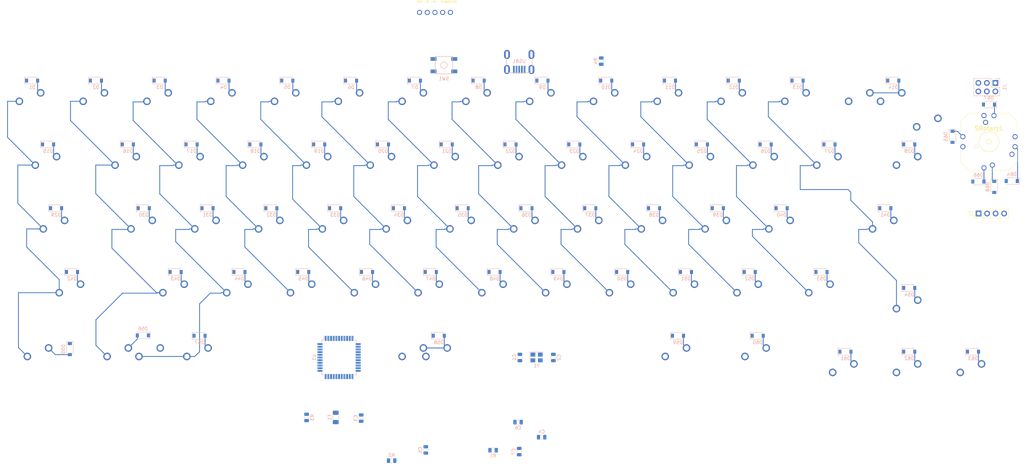
<source format=kicad_pcb>
(kicad_pcb (version 20171130) (host pcbnew "(5.1.5)-3")
  (layers (0 F.Cu signal) (31 B.Cu signal) (34 B.Paste user) (35 F.Paste user) (36 B.SilkS user) (37 F.SilkS user) (38 B.Mask user) (39 F.Mask user) (44 Edge.Cuts user))
  (net 0 "")
  (net 1 GND)
  (net 2 "Net-(C1-Pad1)")
  (net 3 "Net-(C2-Pad1)")
  (net 4 "Net-(C3-Pad1)")
  (net 5 +5V)
  (net 6 "Net-(D1-Pad2)")
  (net 7 "Net-(D2-Pad2)")
  (net 8 "Net-(D3-Pad2)")
  (net 9 "Net-(D4-Pad2)")
  (net 10 "Net-(D5-Pad2)")
  (net 11 "Net-(D6-Pad2)")
  (net 12 "Net-(D7-Pad2)")
  (net 13 "Net-(D8-Pad2)")
  (net 14 "Net-(D9-Pad2)")
  (net 15 "Net-(D10-Pad2)")
  (net 16 "Net-(D11-Pad2)")
  (net 17 "Net-(D12-Pad2)")
  (net 18 "Net-(D13-Pad2)")
  (net 19 "Net-(D14-Pad2)")
  (net 20 "Net-(D15-Pad2)")
  (net 21 ROW1)
  (net 22 "Net-(D16-Pad2)")
  (net 23 "Net-(D17-Pad2)")
  (net 24 "Net-(D18-Pad2)")
  (net 25 "Net-(D19-Pad2)")
  (net 26 "Net-(D20-Pad2)")
  (net 27 "Net-(D21-Pad2)")
  (net 28 "Net-(D22-Pad2)")
  (net 29 "Net-(D23-Pad2)")
  (net 30 "Net-(D24-Pad2)")
  (net 31 "Net-(D25-Pad2)")
  (net 32 "Net-(D26-Pad2)")
  (net 33 "Net-(D27-Pad2)")
  (net 34 "Net-(D28-Pad2)")
  (net 35 "Net-(D29-Pad2)")
  (net 36 "Net-(D30-Pad2)")
  (net 37 "Net-(D31-Pad2)")
  (net 38 "Net-(D32-Pad2)")
  (net 39 "Net-(D33-Pad2)")
  (net 40 "Net-(D34-Pad2)")
  (net 41 "Net-(D35-Pad2)")
  (net 42 "Net-(D36-Pad2)")
  (net 43 "Net-(D37-Pad2)")
  (net 44 "Net-(D38-Pad2)")
  (net 45 "Net-(D39-Pad2)")
  (net 46 "Net-(D40-Pad2)")
  (net 47 "Net-(D41-Pad2)")
  (net 48 "Net-(D42-Pad2)")
  (net 49 ROW3)
  (net 50 "Net-(D43-Pad2)")
  (net 51 "Net-(D44-Pad2)")
  (net 52 "Net-(D45-Pad2)")
  (net 53 "Net-(D46-Pad2)")
  (net 54 "Net-(D47-Pad2)")
  (net 55 "Net-(D48-Pad2)")
  (net 56 "Net-(D49-Pad2)")
  (net 57 "Net-(D50-Pad2)")
  (net 58 "Net-(D51-Pad2)")
  (net 59 "Net-(D52-Pad2)")
  (net 60 "Net-(D53-Pad2)")
  (net 61 "Net-(D54-Pad2)")
  (net 62 "Net-(D55-Pad2)")
  (net 63 ROW4)
  (net 64 "Net-(D56-Pad2)")
  (net 65 "Net-(D57-Pad2)")
  (net 66 "Net-(D58-Pad2)")
  (net 67 "Net-(D59-Pad2)")
  (net 68 "Net-(D60-Pad2)")
  (net 69 "Net-(D61-Pad2)")
  (net 70 "Net-(D62-Pad2)")
  (net 71 "Net-(D63-Pad2)")
  (net 72 COL9)
  (net 73 "Net-(D65-Pad1)")
  (net 74 COL10)
  (net 75 "Net-(D66-Pad1)")
  (net 76 COL11)
  (net 77 "Net-(D67-Pad1)")
  (net 78 COL12)
  (net 79 "Net-(D68-Pad1)")
  (net 80 COL13)
  (net 81 VCC)
  (net 82 SDA)
  (net 83 SCL)
  (net 84 "Net-(R1-Pad2)")
  (net 85 D+)
  (net 86 "Net-(R2-Pad1)")
  (net 87 D-)
  (net 88 "Net-(R3-Pad1)")
  (net 89 "Net-(R4-Pad2)")
  (net 90 COL1)
  (net 91 COL2)
  (net 92 COL3)
  (net 93 COL4)
  (net 94 COL5)
  (net 95 COL6)
  (net 96 COL7)
  (net 97 COL8)
  (net 98 COL0)
  (net 99 EA)
  (net 100 ROW5)
  (net 101 EB)
  (net 102 "Net-(U1-Pad42)")
  (net 103 "Net-(U1-Pad1)")
  (net 104 "Net-(USB1-Pad2)")
  (net 105 NRST)
  (net 106 ROW2)
  (net 107 "Net-(D64-Pad1)")
  (module MountingHole:MountingHole_2.1mm (layer F.Cu) (at 158.24 16.95)
    (fp_text reference VBUS/VCC (at 0 -3.2) (layer F.SilkS) (effects (font (size 0.5 0.5))))
    (fp_text value MountingHole_1.5mm)
    (pad "" thru_hole circle (at 0 0) (size 1.5 1.5) (drill 1) (layers *.Cu *.Mask) (net 81 VCC))
  )
  (module MountingHole:MountingHole_2.1mm (layer F.Cu) (at 155.94 16.95)
    (fp_text reference D- (at 0 -3.2) (layer F.SilkS) (effects (font (size 0.5 0.5))))
    (fp_text value MountingHole_1.5mm)
    (pad "" thru_hole circle (at 0 0) (size 1.5 1.5) (drill 1) (layers *.Cu *.Mask) (net 87 D-))
  )
  (module MountingHole:MountingHole_2.1mm (layer F.Cu) (at 153.64 16.95)
    (fp_text reference D+ (at 0 -3.2) (layer F.SilkS) (effects (font (size 0.5 0.5))))
    (fp_text value MountingHole_1.5mm)
    (pad "" thru_hole circle (at 0 0) (size 1.5 1.5) (drill 1) (layers *.Cu *.Mask) (net 85 D+))
  )
  (module MountingHole:MountingHole_2.1mm (layer F.Cu) (at 151.34 16.95)
    (fp_text reference ID (at 0 -3.2) (layer F.SilkS) (effects (font (size 0.5 0.5))))
    (fp_text value MountingHole_1.5mm)
    (pad "" thru_hole circle (at 0 0) (size 1.5 1.5) (drill 1) (layers *.Cu *.Mask) (net 104 "Net-(USB1-Pad2)"))
  )
  (module MountingHole:MountingHole_2.1mm (layer F.Cu) (at 149.04 16.95)
    (fp_text reference GND (at 0 -3.2) (layer F.SilkS) (effects (font (size 0.5 0.5))))
    (fp_text value MountingHole_1.5mm)
    (pad "" thru_hole circle (at 0 0) (size 1.5 1.5) (drill 1) (layers *.Cu *.Mask) (net 1 GND))
  )
  (module MX_Only2:MXOnly-1.25U-NoLED (layer F.Cu) (at 69.05625 122.2375)
    (fp_text reference MX5-LALTB1)
    (fp_text value MX-NoLED)
    (pad 2 thru_hole circle (at 2.54 -5.08) (size 2.25 2.25) (drill 1.47) (layers *.Cu B.Mask) (net 63 ROW4))
    (pad "" np_thru_hole circle (at 0 0) (size 3.9878 3.9878) (drill 3.9878) (layers *.Cu *.Mask))
    (pad 1 thru_hole circle (at -3.81 -2.54) (size 2.25 2.25) (drill 1.47) (layers *.Cu B.Mask) (net 91 COL2))
    (pad "" np_thru_hole circle (at -5.08 0 48.0996) (size 1.75 1.75) (drill 1.75) (layers *.Cu *.Mask))
    (pad "" np_thru_hole circle (at 5.08 0 48.0996) (size 1.75 1.75) (drill 1.75) (layers *.Cu *.Mask))
  )
  (module MX_Only:MXOnly-1U-NoLED (layer F.Cu) (at 223.8375 46.0375)
    (fp_text reference MX1-10)
    (fp_text value MX-NoLED)
    (pad 2 thru_hole circle (at 2.54 -5.08) (size 2.25 2.25) (drill 1.47) (layers *.Cu B.Mask) (net 16 "Net-(D11-Pad2)"))
    (pad "" np_thru_hole circle (at 0 0) (size 3.9878 3.9878) (drill 3.9878) (layers *.Cu *.Mask))
    (pad 1 thru_hole circle (at -3.81 -2.54) (size 2.25 2.25) (drill 1.47) (layers *.Cu B.Mask) (net 74 COL10))
    (pad "" np_thru_hole circle (at -5.08 0 48.0996) (size 1.75 1.75) (drill 1.75) (layers *.Cu *.Mask))
    (pad "" np_thru_hole circle (at 5.08 0 48.0996) (size 1.75 1.75) (drill 1.75) (layers *.Cu *.Mask))
  )
  (module MX_Only:MXOnly-1.25U-NoLED (layer F.Cu) (at 269.08125 103.1875)
    (fp_text reference MX4-RSHFT1)
    (fp_text value MX-NoLED)
    (pad 2 thru_hole circle (at 2.54 -5.08) (size 2.25 2.25) (drill 1.47) (layers *.Cu B.Mask) (net 60 "Net-(D53-Pad2)"))
    (pad "" np_thru_hole circle (at 0 0) (size 3.9878 3.9878) (drill 3.9878) (layers *.Cu *.Mask))
    (pad 1 thru_hole circle (at -3.81 -2.54) (size 2.25 2.25) (drill 1.47) (layers *.Cu B.Mask) (net 76 COL11))
    (pad "" np_thru_hole circle (at -5.08 0 48.0996) (size 1.75 1.75) (drill 1.75) (layers *.Cu *.Mask))
    (pad "" np_thru_hole circle (at 5.08 0 48.0996) (size 1.75 1.75) (drill 1.75) (layers *.Cu *.Mask))
  )
  (module MX_Only:MXOnly-2U-NoLED (layer F.Cu) (at 290.5125 46.0375)
    (fp_text reference MX1-BKSPC1)
    (fp_text value MX-NoLED)
    (pad 2 thru_hole circle (at 2.54 -5.08) (size 2.25 2.25) (drill 1.47) (layers *.Cu B.Mask) (net 19 "Net-(D14-Pad2)"))
    (pad "" np_thru_hole circle (at 0 0) (size 3.9878 3.9878) (drill 3.9878) (layers *.Cu *.Mask))
    (pad 1 thru_hole circle (at -3.81 -2.54) (size 2.25 2.25) (drill 1.47) (layers *.Cu B.Mask) (net 80 COL13))
    (pad "" np_thru_hole circle (at -5.08 0 48.0996) (size 1.75 1.75) (drill 1.75) (layers *.Cu *.Mask))
    (pad "" np_thru_hole circle (at 5.08 0 48.0996) (size 1.75 1.75) (drill 1.75) (layers *.Cu *.Mask))
    (pad "" np_thru_hole circle (at -11.90625 -6.985) (size 3.048 3.048) (drill 3.048) (layers *.Cu *.Mask))
    (pad "" np_thru_hole circle (at 11.90625 -6.985) (size 3.048 3.048) (drill 3.048) (layers *.Cu *.Mask))
    (pad "" np_thru_hole circle (at -11.90625 8.255) (size 3.9878 3.9878) (drill 3.9878) (layers *.Cu *.Mask))
    (pad "" np_thru_hole circle (at 11.90625 8.255) (size 3.9878 3.9878) (drill 3.9878) (layers *.Cu *.Mask))
  )
  (module MX_Only2:MXOnly-7U-ReversedStabilizers-NoLED (layer F.Cu) (at 147.6375 122.2375)
    (fp_text reference MX5-SPCE7)
    (fp_text value MX-NoLED)
    (pad 2 thru_hole circle (at 2.54 -5.08) (size 2.25 2.25) (drill 1.47) (layers *.Cu B.Mask) (net 66 "Net-(D58-Pad2)"))
    (pad "" np_thru_hole circle (at 0 0) (size 3.9878 3.9878) (drill 3.9878) (layers *.Cu *.Mask))
    (pad 1 thru_hole circle (at -3.81 -2.54) (size 2.25 2.25) (drill 1.47) (layers *.Cu B.Mask) (net 92 COL3))
    (pad "" np_thru_hole circle (at -5.08 0 48.0996) (size 1.75 1.75) (drill 1.75) (layers *.Cu *.Mask))
    (pad "" np_thru_hole circle (at 5.08 0 48.0996) (size 1.75 1.75) (drill 1.75) (layers *.Cu *.Mask))
    (pad "" np_thru_hole circle (at -57.15 6.985) (size 3.048 3.048) (drill 3.048) (layers *.Cu *.Mask))
    (pad "" np_thru_hole circle (at 57.15 6.985) (size 3.048 3.048) (drill 3.048) (layers *.Cu *.Mask))
    (pad "" np_thru_hole circle (at -57.15 -8.255) (size 3.9878 3.9878) (drill 3.9878) (layers *.Cu *.Mask))
    (pad "" np_thru_hole circle (at 57.15 -8.255) (size 3.9878 3.9878) (drill 3.9878) (layers *.Cu *.Mask))
  )
  (module MX_Only2:MXOnly-1U-NoLED (layer F.Cu) (at 300.0375 46.0375 180)
    (fp_text reference MX1-SPLITBKSPC1)
    (fp_text value MX-NoLED)
    (pad 2 thru_hole circle (at 2.54 -5.08 180) (size 2.25 2.25) (drill 1.47) (layers *.Cu B.Mask) (net 19 "Net-(D14-Pad2)"))
    (pad "" np_thru_hole circle (at 0 0 180) (size 3.9878 3.9878) (drill 3.9878) (layers *.Cu *.Mask))
    (pad 1 thru_hole circle (at -3.81 -2.54 180) (size 2.25 2.25) (drill 1.47) (layers *.Cu B.Mask) (net 80 COL13))
    (pad "" np_thru_hole circle (at -5.08 0 228.0996) (size 1.75 1.75) (drill 1.75) (layers *.Cu *.Mask))
    (pad "" np_thru_hole circle (at 5.08 0 228.0996) (size 1.75 1.75) (drill 1.75) (layers *.Cu *.Mask))
  )
  (module MX_Only2:MXOnly-1U-NoLED (layer F.Cu) (at 280.9875 46.0375)
    (fp_text reference MX1-SLPTBKSPC2)
    (fp_text value MX-NoLED)
    (pad 2 thru_hole circle (at 2.54 -5.08) (size 2.25 2.25) (drill 1.47) (layers *.Cu B.Mask) (net 19 "Net-(D14-Pad2)"))
    (pad "" np_thru_hole circle (at 0 0) (size 3.9878 3.9878) (drill 3.9878) (layers *.Cu *.Mask))
    (pad 1 thru_hole circle (at -3.81 -2.54) (size 2.25 2.25) (drill 1.47) (layers *.Cu B.Mask) (net 80 COL13))
    (pad "" np_thru_hole circle (at -5.08 0 48.0996) (size 1.75 1.75) (drill 1.75) (layers *.Cu *.Mask))
    (pad "" np_thru_hole circle (at 5.08 0 48.0996) (size 1.75 1.75) (drill 1.75) (layers *.Cu *.Mask))
  )
  (module MX_Only:MXOnly-1U-NoLED (layer F.Cu) (at 204.7875 46.0375)
    (fp_text reference MX1-9)
    (fp_text value MX-NoLED)
    (pad 2 thru_hole circle (at 2.54 -5.08) (size 2.25 2.25) (drill 1.47) (layers *.Cu B.Mask) (net 15 "Net-(D10-Pad2)"))
    (pad "" np_thru_hole circle (at 0 0) (size 3.9878 3.9878) (drill 3.9878) (layers *.Cu *.Mask))
    (pad 1 thru_hole circle (at -3.81 -2.54) (size 2.25 2.25) (drill 1.47) (layers *.Cu B.Mask) (net 72 COL9))
    (pad "" np_thru_hole circle (at -5.08 0 48.0996) (size 1.75 1.75) (drill 1.75) (layers *.Cu *.Mask))
    (pad "" np_thru_hole circle (at 5.08 0 48.0996) (size 1.75 1.75) (drill 1.75) (layers *.Cu *.Mask))
  )
  (module MX_Only:MXOnly-1U-NoLED (layer F.Cu) (at 242.8875 46.0375)
    (fp_text reference MX1-DSH1)
    (fp_text value MX-NoLED)
    (pad 2 thru_hole circle (at 2.54 -5.08) (size 2.25 2.25) (drill 1.47) (layers *.Cu B.Mask) (net 17 "Net-(D12-Pad2)"))
    (pad "" np_thru_hole circle (at 0 0) (size 3.9878 3.9878) (drill 3.9878) (layers *.Cu *.Mask))
    (pad 1 thru_hole circle (at -3.81 -2.54) (size 2.25 2.25) (drill 1.47) (layers *.Cu B.Mask) (net 76 COL11))
    (pad "" np_thru_hole circle (at -5.08 0 48.0996) (size 1.75 1.75) (drill 1.75) (layers *.Cu *.Mask))
    (pad "" np_thru_hole circle (at 5.08 0 48.0996) (size 1.75 1.75) (drill 1.75) (layers *.Cu *.Mask))
  )
  (module MX_Only:MXOnly-6.25U-ReversedStabilizers-NoLED (layer F.Cu) (at 154.7495 122.2375)
    (fp_text reference MX5-SPCE1)
    (fp_text value MX-NoLED)
    (pad 2 thru_hole circle (at 2.54 -5.08) (size 2.25 2.25) (drill 1.47) (layers *.Cu B.Mask) (net 66 "Net-(D58-Pad2)"))
    (pad "" np_thru_hole circle (at 0 0) (size 3.9878 3.9878) (drill 3.9878) (layers *.Cu *.Mask))
    (pad 1 thru_hole circle (at -3.81 -2.54) (size 2.25 2.25) (drill 1.47) (layers *.Cu B.Mask) (net 92 COL3))
    (pad "" np_thru_hole circle (at -5.08 0 48.0996) (size 1.75 1.75) (drill 1.75) (layers *.Cu *.Mask))
    (pad "" np_thru_hole circle (at 5.08 0 48.0996) (size 1.75 1.75) (drill 1.75) (layers *.Cu *.Mask))
    (pad "" np_thru_hole circle (at -49.9999 6.985) (size 3.048 3.048) (drill 3.048) (layers *.Cu *.Mask))
    (pad "" np_thru_hole circle (at 49.9999 6.985) (size 3.048 3.048) (drill 3.048) (layers *.Cu *.Mask))
    (pad "" np_thru_hole circle (at -49.9999 -8.255) (size 3.9878 3.9878) (drill 3.9878) (layers *.Cu *.Mask))
    (pad "" np_thru_hole circle (at 49.9999 -8.255) (size 3.9878 3.9878) (drill 3.9878) (layers *.Cu *.Mask))
  )
  (module MX_Only:MXOnly-1U-NoLED (layer F.Cu) (at 295.275 107.95)
    (fp_text reference MX4-UP1)
    (fp_text value MX-NoLED)
    (pad 2 thru_hole circle (at 2.54 -5.08) (size 2.25 2.25) (drill 1.47) (layers *.Cu B.Mask) (net 61 "Net-(D54-Pad2)"))
    (pad "" np_thru_hole circle (at 0 0) (size 3.9878 3.9878) (drill 3.9878) (layers *.Cu *.Mask))
    (pad 1 thru_hole circle (at -3.81 -2.54) (size 2.25 2.25) (drill 1.47) (layers *.Cu B.Mask) (net 78 COL12))
    (pad "" np_thru_hole circle (at -5.08 0 48.0996) (size 1.75 1.75) (drill 1.75) (layers *.Cu *.Mask))
    (pad "" np_thru_hole circle (at 5.08 0 48.0996) (size 1.75 1.75) (drill 1.75) (layers *.Cu *.Mask))
  )
  (module ALPS_Joystick:RKJXT1F42001 (layer F.Cu) (at 319.0875 55.5625)
    (fp_text reference SRotary1 (at 0 -4) (layer F.SilkS) (effects (font (size 1.27 1.27) (thickness 0.254))))
    (fp_text value RKJXT1F42001 hide)
    (pad "" thru_hole circle (at -3.8 1.5 90) (size 1.1 1.1) (drill 1.1) (layers *.Cu *.Mask))
    (pad 10 thru_hole circle (at -7.8 1.5 90) (size 1.5 1.5) (drill 1) (layers *.Cu *.Mask) (net 99 EA))
    (pad 9 thru_hole circle (at -7.8 -1.5 90) (size 1.5 1.5) (drill 1) (layers *.Cu *.Mask) (net 73 "Net-(D65-Pad1)"))
    (pad 8 thru_hole circle (at -1.5 -7.8 90) (size 1.5 1.5) (drill 1) (layers *.Cu *.Mask) (net 1 GND))
    (pad 7 thru_hole circle (at -1 -5.78 90) (size 1.5 1.5) (drill 1) (layers *.Cu *.Mask) (net 100 ROW5))
    (pad 6 thru_hole circle (at 1.5 -7.8 90) (size 1.5 1.5) (drill 1) (layers *.Cu *.Mask) (net 77 "Net-(D67-Pad1)"))
    (pad 5 thru_hole circle (at 7.8 -1.5 90) (size 1.5 1.5) (drill 1) (layers *.Cu *.Mask) (net 101 EB))
    (pad 4 thru_hole circle (at 7.8 1.5 90) (size 1.5 1.5) (drill 1) (layers *.Cu *.Mask) (net 107 "Net-(D64-Pad1)"))
    (pad 3 thru_hole circle (at 6.86 3.75 90) (size 1.5 1.5) (drill 1) (layers *.Cu *.Mask) (net 1 GND))
    (pad 2 thru_hole circle (at 1 6.98 90) (size 1.5 1.5) (drill 1) (layers *.Cu *.Mask) (net 79 "Net-(D68-Pad1)"))
    (pad 1 thru_hole circle (at -1.5 7.8 90) (size 1.5 1.5) (drill 1) (layers *.Cu *.Mask) (net 75 "Net-(D66-Pad1)"))
  )
  (module Connector_PinSocket_2.54mm:PinSocket_2x03_P2.54mm_Vertical (layer B.Cu) (at 321 38 90)
    (fp_text reference J1 (at -1.27 2.77 90) (layer B.SilkS) (effects (justify mirror)))
    (fp_text value Conn_02x03_Odd_Even)
    (pad 6 thru_hole oval (at -2.54 -5.08 90) (size 1.7 1.7) (drill 1) (layers *.Cu *.Mask) (net 93 COL4))
    (pad 5 thru_hole oval (at 0 -5.08 90) (size 1.7 1.7) (drill 1) (layers *.Cu *.Mask) (net 5 +5V))
    (pad 4 thru_hole oval (at -2.54 -2.54 90) (size 1.7 1.7) (drill 1) (layers *.Cu *.Mask) (net 21 ROW1))
    (pad 3 thru_hole oval (at 0 -2.54 90) (size 1.7 1.7) (drill 1) (layers *.Cu *.Mask) (net 98 COL0))
    (pad 2 thru_hole oval (at -2.54 0 90) (size 1.7 1.7) (drill 1) (layers *.Cu *.Mask) (net 105 NRST))
    (pad 1 thru_hole rect (at 0 0 90) (size 1.7 1.7) (drill 1) (layers *.Cu *.Mask) (net 1 GND))
  )
  (module MX_Only:MXOnly-1U-NoLED (layer F.Cu) (at 66.675 84.1375)
    (fp_text reference MX3-A1)
    (fp_text value MX-NoLED)
    (pad 2 thru_hole circle (at 2.54 -5.08) (size 2.25 2.25) (drill 1.47) (layers *.Cu B.Mask) (net 36 "Net-(D30-Pad2)"))
    (pad "" np_thru_hole circle (at 0 0) (size 3.9878 3.9878) (drill 3.9878) (layers *.Cu *.Mask))
    (pad 1 thru_hole circle (at -3.81 -2.54) (size 2.25 2.25) (drill 1.47) (layers *.Cu B.Mask) (net 90 COL1))
    (pad "" np_thru_hole circle (at -5.08 0 48.0996) (size 1.75 1.75) (drill 1.75) (layers *.Cu *.Mask))
    (pad "" np_thru_hole circle (at 5.08 0 48.0996) (size 1.75 1.75) (drill 1.75) (layers *.Cu *.Mask))
  )
  (module MX_Only:MXOnly-1U-NoLED (layer F.Cu) (at 214.3125 65.0875)
    (fp_text reference MX2-O1)
    (fp_text value MX-NoLED)
    (pad 2 thru_hole circle (at 2.54 -5.08) (size 2.25 2.25) (drill 1.47) (layers *.Cu B.Mask) (net 30 "Net-(D24-Pad2)"))
    (pad "" np_thru_hole circle (at 0 0) (size 3.9878 3.9878) (drill 3.9878) (layers *.Cu *.Mask))
    (pad 1 thru_hole circle (at -3.81 -2.54) (size 2.25 2.25) (drill 1.47) (layers *.Cu B.Mask) (net 72 COL9))
    (pad "" np_thru_hole circle (at -5.08 0 48.0996) (size 1.75 1.75) (drill 1.75) (layers *.Cu *.Mask))
    (pad "" np_thru_hole circle (at 5.08 0 48.0996) (size 1.75 1.75) (drill 1.75) (layers *.Cu *.Mask))
  )
  (module MX_Only:MXOnly-2.25U-NoLED (layer F.Cu) (at 45.24375 103.1875)
    (fp_text reference MX4-LSFHT1)
    (fp_text value MX-NoLED)
    (pad 2 thru_hole circle (at 2.54 -5.08) (size 2.25 2.25) (drill 1.47) (layers *.Cu B.Mask) (net 48 "Net-(D42-Pad2)"))
    (pad "" np_thru_hole circle (at 0 0) (size 3.9878 3.9878) (drill 3.9878) (layers *.Cu *.Mask))
    (pad 1 thru_hole circle (at -3.81 -2.54) (size 2.25 2.25) (drill 1.47) (layers *.Cu B.Mask) (net 98 COL0))
    (pad "" np_thru_hole circle (at -5.08 0 48.0996) (size 1.75 1.75) (drill 1.75) (layers *.Cu *.Mask))
    (pad "" np_thru_hole circle (at 5.08 0 48.0996) (size 1.75 1.75) (drill 1.75) (layers *.Cu *.Mask))
    (pad "" np_thru_hole circle (at -11.90625 -6.985) (size 3.048 3.048) (drill 3.048) (layers *.Cu *.Mask))
    (pad "" np_thru_hole circle (at 11.90625 -6.985) (size 3.048 3.048) (drill 3.048) (layers *.Cu *.Mask))
    (pad "" np_thru_hole circle (at -11.90625 8.255) (size 3.9878 3.9878) (drill 3.9878) (layers *.Cu *.Mask))
    (pad "" np_thru_hole circle (at 11.90625 8.255) (size 3.9878 3.9878) (drill 3.9878) (layers *.Cu *.Mask))
  )
  (module MX_Only:MXOnly-1.5U-NoLED (layer F.Cu) (at 295.275 65.0875)
    (fp_text reference MX2-\1)
    (fp_text value MX-NoLED)
    (pad 2 thru_hole circle (at 2.54 -5.08) (size 2.25 2.25) (drill 1.47) (layers *.Cu B.Mask) (net 34 "Net-(D28-Pad2)"))
    (pad "" np_thru_hole circle (at 0 0) (size 3.9878 3.9878) (drill 3.9878) (layers *.Cu *.Mask))
    (pad 1 thru_hole circle (at -3.81 -2.54) (size 2.25 2.25) (drill 1.47) (layers *.Cu B.Mask) (net 80 COL13))
    (pad "" np_thru_hole circle (at -5.08 0 48.0996) (size 1.75 1.75) (drill 1.75) (layers *.Cu *.Mask))
    (pad "" np_thru_hole circle (at 5.08 0 48.0996) (size 1.75 1.75) (drill 1.75) (layers *.Cu *.Mask))
  )
  (module MX_Only:MXOnly-1U-NoLED (layer F.Cu) (at 128.5875 46.0375)
    (fp_text reference MX1-5)
    (fp_text value MX-NoLED)
    (pad 2 thru_hole circle (at 2.54 -5.08) (size 2.25 2.25) (drill 1.47) (layers *.Cu B.Mask) (net 11 "Net-(D6-Pad2)"))
    (pad "" np_thru_hole circle (at 0 0) (size 3.9878 3.9878) (drill 3.9878) (layers *.Cu *.Mask))
    (pad 1 thru_hole circle (at -3.81 -2.54) (size 2.25 2.25) (drill 1.47) (layers *.Cu B.Mask) (net 94 COL5))
    (pad "" np_thru_hole circle (at -5.08 0 48.0996) (size 1.75 1.75) (drill 1.75) (layers *.Cu *.Mask))
    (pad "" np_thru_hole circle (at 5.08 0 48.0996) (size 1.75 1.75) (drill 1.75) (layers *.Cu *.Mask))
  )
  (module MX_Only:MXOnly-1U-NoLED (layer F.Cu) (at 109.5375 46.0375)
    (fp_text reference MX1-4)
    (fp_text value MX-NoLED)
    (pad 2 thru_hole circle (at 2.54 -5.08) (size 2.25 2.25) (drill 1.47) (layers *.Cu B.Mask) (net 10 "Net-(D5-Pad2)"))
    (pad "" np_thru_hole circle (at 0 0) (size 3.9878 3.9878) (drill 3.9878) (layers *.Cu *.Mask))
    (pad 1 thru_hole circle (at -3.81 -2.54) (size 2.25 2.25) (drill 1.47) (layers *.Cu B.Mask) (net 93 COL4))
    (pad "" np_thru_hole circle (at -5.08 0 48.0996) (size 1.75 1.75) (drill 1.75) (layers *.Cu *.Mask))
    (pad "" np_thru_hole circle (at 5.08 0 48.0996) (size 1.75 1.75) (drill 1.75) (layers *.Cu *.Mask))
  )
  (module MX_Only:MXOnly-1U-NoLED (layer F.Cu) (at 90.4875 46.0375)
    (fp_text reference MX1-3)
    (fp_text value MX-NoLED)
    (pad 2 thru_hole circle (at 2.54 -5.08) (size 2.25 2.25) (drill 1.47) (layers *.Cu B.Mask) (net 9 "Net-(D4-Pad2)"))
    (pad "" np_thru_hole circle (at 0 0) (size 3.9878 3.9878) (drill 3.9878) (layers *.Cu *.Mask))
    (pad 1 thru_hole circle (at -3.81 -2.54) (size 2.25 2.25) (drill 1.47) (layers *.Cu B.Mask) (net 92 COL3))
    (pad "" np_thru_hole circle (at -5.08 0 48.0996) (size 1.75 1.75) (drill 1.75) (layers *.Cu *.Mask))
    (pad "" np_thru_hole circle (at 5.08 0 48.0996) (size 1.75 1.75) (drill 1.75) (layers *.Cu *.Mask))
  )
  (module MX_Only:MXOnly-1U-NoLED (layer F.Cu) (at 33.3375 46.0375)
    (fp_text reference MX1-ESC1)
    (fp_text value MX-NoLED)
    (pad 2 thru_hole circle (at 2.54 -5.08) (size 2.25 2.25) (drill 1.47) (layers *.Cu B.Mask) (net 6 "Net-(D1-Pad2)"))
    (pad "" np_thru_hole circle (at 0 0) (size 3.9878 3.9878) (drill 3.9878) (layers *.Cu *.Mask))
    (pad 1 thru_hole circle (at -3.81 -2.54) (size 2.25 2.25) (drill 1.47) (layers *.Cu B.Mask) (net 98 COL0))
    (pad "" np_thru_hole circle (at -5.08 0 48.0996) (size 1.75 1.75) (drill 1.75) (layers *.Cu *.Mask))
    (pad "" np_thru_hole circle (at 5.08 0 48.0996) (size 1.75 1.75) (drill 1.75) (layers *.Cu *.Mask))
  )
  (module MX_Only:MXOnly-1U-NoLED (layer F.Cu) (at 61.9125 65.0875)
    (fp_text reference MX2-Q1)
    (fp_text value MX-NoLED)
    (pad 2 thru_hole circle (at 2.54 -5.08) (size 2.25 2.25) (drill 1.47) (layers *.Cu B.Mask) (net 22 "Net-(D16-Pad2)"))
    (pad "" np_thru_hole circle (at 0 0) (size 3.9878 3.9878) (drill 3.9878) (layers *.Cu *.Mask))
    (pad 1 thru_hole circle (at -3.81 -2.54) (size 2.25 2.25) (drill 1.47) (layers *.Cu B.Mask) (net 90 COL1))
    (pad "" np_thru_hole circle (at -5.08 0 48.0996) (size 1.75 1.75) (drill 1.75) (layers *.Cu *.Mask))
    (pad "" np_thru_hole circle (at 5.08 0 48.0996) (size 1.75 1.75) (drill 1.75) (layers *.Cu *.Mask))
  )
  (module MX_Only:MXOnly-1.5U-NoLED (layer F.Cu) (at 38.1 65.0875)
    (fp_text reference MX2-TAB1)
    (fp_text value MX-NoLED)
    (pad 2 thru_hole circle (at 2.54 -5.08) (size 2.25 2.25) (drill 1.47) (layers *.Cu B.Mask) (net 20 "Net-(D15-Pad2)"))
    (pad "" np_thru_hole circle (at 0 0) (size 3.9878 3.9878) (drill 3.9878) (layers *.Cu *.Mask))
    (pad 1 thru_hole circle (at -3.81 -2.54) (size 2.25 2.25) (drill 1.47) (layers *.Cu B.Mask) (net 98 COL0))
    (pad "" np_thru_hole circle (at -5.08 0 48.0996) (size 1.75 1.75) (drill 1.75) (layers *.Cu *.Mask))
    (pad "" np_thru_hole circle (at 5.08 0 48.0996) (size 1.75 1.75) (drill 1.75) (layers *.Cu *.Mask))
  )
  (module MX_Only:MXOnly-1U-NoLED (layer F.Cu) (at 166.6875 46.0375)
    (fp_text reference MX1-7)
    (fp_text value MX-NoLED)
    (pad 2 thru_hole circle (at 2.54 -5.08) (size 2.25 2.25) (drill 1.47) (layers *.Cu B.Mask) (net 13 "Net-(D8-Pad2)"))
    (pad "" np_thru_hole circle (at 0 0) (size 3.9878 3.9878) (drill 3.9878) (layers *.Cu *.Mask))
    (pad 1 thru_hole circle (at -3.81 -2.54) (size 2.25 2.25) (drill 1.47) (layers *.Cu B.Mask) (net 96 COL7))
    (pad "" np_thru_hole circle (at -5.08 0 48.0996) (size 1.75 1.75) (drill 1.75) (layers *.Cu *.Mask))
    (pad "" np_thru_hole circle (at 5.08 0 48.0996) (size 1.75 1.75) (drill 1.75) (layers *.Cu *.Mask))
  )
  (module MX_Only:MXOnly-1.25U-NoLED (layer F.Cu) (at 226.21875 122.2375)
    (fp_text reference MX5-MENU1)
    (fp_text value MX-NoLED)
    (pad 2 thru_hole circle (at 2.54 -5.08) (size 2.25 2.25) (drill 1.47) (layers *.Cu B.Mask) (net 67 "Net-(D59-Pad2)"))
    (pad "" np_thru_hole circle (at 0 0) (size 3.9878 3.9878) (drill 3.9878) (layers *.Cu *.Mask))
    (pad 1 thru_hole circle (at -3.81 -2.54) (size 2.25 2.25) (drill 1.47) (layers *.Cu B.Mask) (net 93 COL4))
    (pad "" np_thru_hole circle (at -5.08 0 48.0996) (size 1.75 1.75) (drill 1.75) (layers *.Cu *.Mask))
    (pad "" np_thru_hole circle (at 5.08 0 48.0996) (size 1.75 1.75) (drill 1.75) (layers *.Cu *.Mask))
  )
  (module Crystal:Crystal_SMD_3225-4Pin_3.2x2.5mm (layer B.Cu) (at 184 120)
    (fp_text reference Y1 (at 0 2.45) (layer B.SilkS) (effects (justify mirror)))
    (fp_text value 16Mhz)
    (pad 4 smd rect (at -1.1 0.85) (size 1.4 1.2) (layers B.Cu B.Paste B.Mask) (net 1 GND))
    (pad 3 smd rect (at 1.1 0.85) (size 1.4 1.2) (layers B.Cu B.Paste B.Mask) (net 3 "Net-(C2-Pad1)"))
    (pad 2 smd rect (at 1.1 -0.85) (size 1.4 1.2) (layers B.Cu B.Paste B.Mask) (net 1 GND))
    (pad 1 smd rect (at -1.1 -0.85) (size 1.4 1.2) (layers B.Cu B.Paste B.Mask) (net 2 "Net-(C1-Pad1)"))
  )
  (module random-keyboard-parts:Molex-0548190589 (layer B.Cu) (at 178.8 29.5 270)
    (fp_text reference USB1 (at 2.032 0) (layer B.SilkS) (effects (justify mirror)))
    (fp_text value Molex-0548190589)
    (pad 6 thru_hole oval (at 0 3.65 270) (size 2.7 1.7) (drill oval 1.9 0.7) (layers *.Cu *.Mask) (net 1 GND))
    (pad 6 thru_hole oval (at 0 -3.65 270) (size 2.7 1.7) (drill oval 1.9 0.7) (layers *.Cu *.Mask) (net 1 GND))
    (pad 6 thru_hole oval (at 4.5 -3.65 270) (size 2.7 1.7) (drill oval 1.9 0.7) (layers *.Cu *.Mask) (net 1 GND))
    (pad 6 thru_hole oval (at 4.5 3.65 270) (size 2.7 1.7) (drill oval 1.9 0.7) (layers *.Cu *.Mask) (net 1 GND))
    (pad 5 smd rect (at 4.5 1.6 270) (size 2.25 0.5) (layers B.Cu B.Paste B.Mask) (net 81 VCC))
    (pad 4 smd rect (at 4.5 0.8 270) (size 2.25 0.5) (layers B.Cu B.Paste B.Mask) (net 87 D-))
    (pad 3 smd rect (at 4.5 0 270) (size 2.25 0.5) (layers B.Cu B.Paste B.Mask) (net 85 D+))
    (pad 2 smd rect (at 4.5 -0.8 270) (size 2.25 0.5) (layers B.Cu B.Paste B.Mask) (net 104 "Net-(USB1-Pad2)"))
    (pad 1 smd rect (at 4.5 -1.6 270) (size 2.25 0.5) (layers B.Cu B.Paste B.Mask) (net 1 GND))
  )
  (module Package_QFP:TQFP-44_10x10mm_P0.8mm (layer B.Cu) (at 125 120 270)
    (fp_text reference U1 (at 0 7.45 270) (layer B.SilkS) (effects (justify mirror)))
    (fp_text value ATmega32U4-AU)
    (pad 44 smd rect (at -4 5.7 180) (size 1.5 0.55) (layers B.Cu B.Paste B.Mask) (net 5 +5V))
    (pad 43 smd rect (at -3.2 5.7 180) (size 1.5 0.55) (layers B.Cu B.Paste B.Mask) (net 1 GND))
    (pad 42 smd rect (at -2.4 5.7 180) (size 1.5 0.55) (layers B.Cu B.Paste B.Mask) (net 102 "Net-(U1-Pad42)"))
    (pad 41 smd rect (at -1.6 5.7 180) (size 1.5 0.55) (layers B.Cu B.Paste B.Mask) (net 82 SDA))
    (pad 40 smd rect (at -0.8 5.7 180) (size 1.5 0.55) (layers B.Cu B.Paste B.Mask) (net 83 SCL))
    (pad 39 smd rect (at 0 5.7 180) (size 1.5 0.55) (layers B.Cu B.Paste B.Mask) (net 98 COL0))
    (pad 38 smd rect (at 0.8 5.7 180) (size 1.5 0.55) (layers B.Cu B.Paste B.Mask) (net 90 COL1))
    (pad 37 smd rect (at 1.6 5.7 180) (size 1.5 0.55) (layers B.Cu B.Paste B.Mask) (net 91 COL2))
    (pad 36 smd rect (at 2.4 5.7 180) (size 1.5 0.55) (layers B.Cu B.Paste B.Mask) (net 92 COL3))
    (pad 35 smd rect (at 3.2 5.7 180) (size 1.5 0.55) (layers B.Cu B.Paste B.Mask) (net 1 GND))
    (pad 34 smd rect (at 4 5.7 180) (size 1.5 0.55) (layers B.Cu B.Paste B.Mask) (net 5 +5V))
    (pad 33 smd rect (at 5.7 4 270) (size 1.5 0.55) (layers B.Cu B.Paste B.Mask) (net 89 "Net-(R4-Pad2)"))
    (pad 32 smd rect (at 5.7 3.2 270) (size 1.5 0.55) (layers B.Cu B.Paste B.Mask) (net 105 NRST))
    (pad 31 smd rect (at 5.7 2.4 270) (size 1.5 0.55) (layers B.Cu B.Paste B.Mask) (net 93 COL4))
    (pad 30 smd rect (at 5.7 1.6 270) (size 1.5 0.55) (layers B.Cu B.Paste B.Mask) (net 94 COL5))
    (pad 29 smd rect (at 5.7 0.8 270) (size 1.5 0.55) (layers B.Cu B.Paste B.Mask) (net 95 COL6))
    (pad 28 smd rect (at 5.7 0 270) (size 1.5 0.55) (layers B.Cu B.Paste B.Mask) (net 21 ROW1))
    (pad 27 smd rect (at 5.7 -0.8 270) (size 1.5 0.55) (layers B.Cu B.Paste B.Mask) (net 74 COL10))
    (pad 26 smd rect (at 5.7 -1.6 270) (size 1.5 0.55) (layers B.Cu B.Paste B.Mask) (net 76 COL11))
    (pad 25 smd rect (at 5.7 -2.4 270) (size 1.5 0.55) (layers B.Cu B.Paste B.Mask) (net 49 ROW3))
    (pad 24 smd rect (at 5.7 -3.2 270) (size 1.5 0.55) (layers B.Cu B.Paste B.Mask) (net 5 +5V))
    (pad 23 smd rect (at 5.7 -4 270) (size 1.5 0.55) (layers B.Cu B.Paste B.Mask) (net 1 GND))
    (pad 22 smd rect (at 4 -5.7 180) (size 1.5 0.55) (layers B.Cu B.Paste B.Mask) (net 63 ROW4))
    (pad 21 smd rect (at 3.2 -5.7 180) (size 1.5 0.55) (layers B.Cu B.Paste B.Mask) (net 80 COL13))
    (pad 20 smd rect (at 2.4 -5.7 180) (size 1.5 0.55) (layers B.Cu B.Paste B.Mask) (net 99 EA))
    (pad 19 smd rect (at 1.6 -5.7 180) (size 1.5 0.55) (layers B.Cu B.Paste B.Mask) (net 100 ROW5))
    (pad 18 smd rect (at 0.8 -5.7 180) (size 1.5 0.55) (layers B.Cu B.Paste B.Mask) (net 101 EB))
    (pad 17 smd rect (at 0 -5.7 180) (size 1.5 0.55) (layers B.Cu B.Paste B.Mask) (net 2 "Net-(C1-Pad1)"))
    (pad 16 smd rect (at -0.8 -5.7 180) (size 1.5 0.55) (layers B.Cu B.Paste B.Mask) (net 3 "Net-(C2-Pad1)"))
    (pad 15 smd rect (at -1.6 -5.7 180) (size 1.5 0.55) (layers B.Cu B.Paste B.Mask) (net 1 GND))
    (pad 14 smd rect (at -2.4 -5.7 180) (size 1.5 0.55) (layers B.Cu B.Paste B.Mask) (net 5 +5V))
    (pad 13 smd rect (at -3.2 -5.7 180) (size 1.5 0.55) (layers B.Cu B.Paste B.Mask) (net 84 "Net-(R1-Pad2)"))
    (pad 12 smd rect (at -4 -5.7 180) (size 1.5 0.55) (layers B.Cu B.Paste B.Mask) (net 78 COL12))
    (pad 11 smd rect (at -5.7 -4 270) (size 1.5 0.55) (layers B.Cu B.Paste B.Mask) (net 106 ROW2))
    (pad 10 smd rect (at -5.7 -3.2 270) (size 1.5 0.55) (layers B.Cu B.Paste B.Mask) (net 72 COL9))
    (pad 9 smd rect (at -5.7 -2.4 270) (size 1.5 0.55) (layers B.Cu B.Paste B.Mask) (net 97 COL8))
    (pad 8 smd rect (at -5.7 -1.6 270) (size 1.5 0.55) (layers B.Cu B.Paste B.Mask) (net 96 COL7))
    (pad 7 smd rect (at -5.7 -0.8 270) (size 1.5 0.55) (layers B.Cu B.Paste B.Mask) (net 5 +5V))
    (pad 6 smd rect (at -5.7 0 270) (size 1.5 0.55) (layers B.Cu B.Paste B.Mask) (net 4 "Net-(C3-Pad1)"))
    (pad 5 smd rect (at -5.7 0.8 270) (size 1.5 0.55) (layers B.Cu B.Paste B.Mask) (net 1 GND))
    (pad 4 smd rect (at -5.7 1.6 270) (size 1.5 0.55) (layers B.Cu B.Paste B.Mask) (net 86 "Net-(R2-Pad1)"))
    (pad 3 smd rect (at -5.7 2.4 270) (size 1.5 0.55) (layers B.Cu B.Paste B.Mask) (net 88 "Net-(R3-Pad1)"))
    (pad 2 smd rect (at -5.7 3.2 270) (size 1.5 0.55) (layers B.Cu B.Paste B.Mask) (net 5 +5V))
    (pad 1 smd rect (at -5.7 4 270) (size 1.5 0.55) (layers B.Cu B.Paste B.Mask) (net 103 "Net-(U1-Pad1)"))
  )
  (module random-keyboard-parts:SKQG-1155865 (layer B.Cu) (at 156.3 32.7 180)
    (fp_text reference SW1 (at 0 -4.064) (layer B.SilkS) (effects (justify mirror)))
    (fp_text value SW_Push)
    (pad 4 smd rect (at -3.1 -1.85 180) (size 1.8 1.1) (layers B.Cu B.Paste B.Mask))
    (pad 3 smd rect (at 3.1 1.85 180) (size 1.8 1.1) (layers B.Cu B.Paste B.Mask))
    (pad 2 smd rect (at -3.1 1.85 180) (size 1.8 1.1) (layers B.Cu B.Paste B.Mask) (net 84 "Net-(R1-Pad2)"))
    (pad 1 smd rect (at 3.1 -1.85 180) (size 1.8 1.1) (layers B.Cu B.Paste B.Mask) (net 1 GND))
  )
  (module MX_Only:MXOnly-1.25U-NoLED (layer F.Cu) (at 59.53125 122.2375)
    (fp_text reference MX5-WK1)
    (fp_text value MX-NoLED)
    (pad 2 thru_hole circle (at 2.54 -5.08) (size 2.25 2.25) (drill 1.47) (layers *.Cu B.Mask) (net 64 "Net-(D56-Pad2)"))
    (pad "" np_thru_hole circle (at 0 0) (size 3.9878 3.9878) (drill 3.9878) (layers *.Cu *.Mask))
    (pad 1 thru_hole circle (at -3.81 -2.54) (size 2.25 2.25) (drill 1.47) (layers *.Cu B.Mask) (net 90 COL1))
    (pad "" np_thru_hole circle (at -5.08 0 48.0996) (size 1.75 1.75) (drill 1.75) (layers *.Cu *.Mask))
    (pad "" np_thru_hole circle (at 5.08 0 48.0996) (size 1.75 1.75) (drill 1.75) (layers *.Cu *.Mask))
  )
  (module MX_Only:MXOnly-1U-NoLED (layer F.Cu) (at 314.325 127)
    (fp_text reference MX5-RIGHT1)
    (fp_text value MX-NoLED)
    (pad 2 thru_hole circle (at 2.54 -5.08) (size 2.25 2.25) (drill 1.47) (layers *.Cu B.Mask) (net 71 "Net-(D63-Pad2)"))
    (pad "" np_thru_hole circle (at 0 0) (size 3.9878 3.9878) (drill 3.9878) (layers *.Cu *.Mask))
    (pad 1 thru_hole circle (at -3.81 -2.54) (size 2.25 2.25) (drill 1.47) (layers *.Cu B.Mask) (net 97 COL8))
    (pad "" np_thru_hole circle (at -5.08 0 48.0996) (size 1.75 1.75) (drill 1.75) (layers *.Cu *.Mask))
    (pad "" np_thru_hole circle (at 5.08 0 48.0996) (size 1.75 1.75) (drill 1.75) (layers *.Cu *.Mask))
  )
  (module MX_Only:MXOnly-1U-NoLED (layer F.Cu) (at 276.225 127)
    (fp_text reference MX5-LEFT1)
    (fp_text value MX-NoLED)
    (pad 2 thru_hole circle (at 2.54 -5.08) (size 2.25 2.25) (drill 1.47) (layers *.Cu B.Mask) (net 69 "Net-(D61-Pad2)"))
    (pad "" np_thru_hole circle (at 0 0) (size 3.9878 3.9878) (drill 3.9878) (layers *.Cu *.Mask))
    (pad 1 thru_hole circle (at -3.81 -2.54) (size 2.25 2.25) (drill 1.47) (layers *.Cu B.Mask) (net 95 COL6))
    (pad "" np_thru_hole circle (at -5.08 0 48.0996) (size 1.75 1.75) (drill 1.75) (layers *.Cu *.Mask))
    (pad "" np_thru_hole circle (at 5.08 0 48.0996) (size 1.75 1.75) (drill 1.75) (layers *.Cu *.Mask))
  )
  (module MX_Only:MXOnly-1.25U-NoLED (layer F.Cu) (at 35.71875 122.2375)
    (fp_text reference MX5-LCTRL1)
    (fp_text value MX-NoLED)
    (pad 2 thru_hole circle (at 2.54 -5.08) (size 2.25 2.25) (drill 1.47) (layers *.Cu B.Mask) (net 62 "Net-(D55-Pad2)"))
    (pad "" np_thru_hole circle (at 0 0) (size 3.9878 3.9878) (drill 3.9878) (layers *.Cu *.Mask))
    (pad 1 thru_hole circle (at -3.81 -2.54) (size 2.25 2.25) (drill 1.47) (layers *.Cu B.Mask) (net 98 COL0))
    (pad "" np_thru_hole circle (at -5.08 0 48.0996) (size 1.75 1.75) (drill 1.75) (layers *.Cu *.Mask))
    (pad "" np_thru_hole circle (at 5.08 0 48.0996) (size 1.75 1.75) (drill 1.75) (layers *.Cu *.Mask))
  )
  (module MX_Only:MXOnly-1.25U-NoLED (layer F.Cu) (at 83.34375 122.2375)
    (fp_text reference MX5-LALT1)
    (fp_text value MX-NoLED)
    (pad 2 thru_hole circle (at 2.54 -5.08) (size 2.25 2.25) (drill 1.47) (layers *.Cu B.Mask) (net 65 "Net-(D57-Pad2)"))
    (pad "" np_thru_hole circle (at 0 0) (size 3.9878 3.9878) (drill 3.9878) (layers *.Cu *.Mask))
    (pad 1 thru_hole circle (at -3.81 -2.54) (size 2.25 2.25) (drill 1.47) (layers *.Cu B.Mask) (net 91 COL2))
    (pad "" np_thru_hole circle (at -5.08 0 48.0996) (size 1.75 1.75) (drill 1.75) (layers *.Cu *.Mask))
    (pad "" np_thru_hole circle (at 5.08 0 48.0996) (size 1.75 1.75) (drill 1.75) (layers *.Cu *.Mask))
  )
  (module MX_Only:MXOnly-1.25U-NoLED (layer F.Cu) (at 250.03125 122.2375)
    (fp_text reference MX5-FN1)
    (fp_text value MX-NoLED)
    (pad 2 thru_hole circle (at 2.54 -5.08) (size 2.25 2.25) (drill 1.47) (layers *.Cu B.Mask) (net 68 "Net-(D60-Pad2)"))
    (pad "" np_thru_hole circle (at 0 0) (size 3.9878 3.9878) (drill 3.9878) (layers *.Cu *.Mask))
    (pad 1 thru_hole circle (at -3.81 -2.54) (size 2.25 2.25) (drill 1.47) (layers *.Cu B.Mask) (net 94 COL5))
    (pad "" np_thru_hole circle (at -5.08 0 48.0996) (size 1.75 1.75) (drill 1.75) (layers *.Cu *.Mask))
    (pad "" np_thru_hole circle (at 5.08 0 48.0996) (size 1.75 1.75) (drill 1.75) (layers *.Cu *.Mask))
  )
  (module MX_Only:MXOnly-1U-NoLED (layer F.Cu) (at 295.275 127)
    (fp_text reference MX5-DOWN1)
    (fp_text value MX-NoLED)
    (pad 2 thru_hole circle (at 2.54 -5.08) (size 2.25 2.25) (drill 1.47) (layers *.Cu B.Mask) (net 70 "Net-(D62-Pad2)"))
    (pad "" np_thru_hole circle (at 0 0) (size 3.9878 3.9878) (drill 3.9878) (layers *.Cu *.Mask))
    (pad 1 thru_hole circle (at -3.81 -2.54) (size 2.25 2.25) (drill 1.47) (layers *.Cu B.Mask) (net 96 COL7))
    (pad "" np_thru_hole circle (at -5.08 0 48.0996) (size 1.75 1.75) (drill 1.75) (layers *.Cu *.Mask))
    (pad "" np_thru_hole circle (at 5.08 0 48.0996) (size 1.75 1.75) (drill 1.75) (layers *.Cu *.Mask))
  )
  (module MX_Only:MXOnly-1U-NoLED (layer F.Cu) (at 76.2 103.1875)
    (fp_text reference MX4-Z1)
    (fp_text value MX-NoLED)
    (pad 2 thru_hole circle (at 2.54 -5.08) (size 2.25 2.25) (drill 1.47) (layers *.Cu B.Mask) (net 50 "Net-(D43-Pad2)"))
    (pad "" np_thru_hole circle (at 0 0) (size 3.9878 3.9878) (drill 3.9878) (layers *.Cu *.Mask))
    (pad 1 thru_hole circle (at -3.81 -2.54) (size 2.25 2.25) (drill 1.47) (layers *.Cu B.Mask) (net 90 COL1))
    (pad "" np_thru_hole circle (at -5.08 0 48.0996) (size 1.75 1.75) (drill 1.75) (layers *.Cu *.Mask))
    (pad "" np_thru_hole circle (at 5.08 0 48.0996) (size 1.75 1.75) (drill 1.75) (layers *.Cu *.Mask))
  )
  (module MX_Only:MXOnly-1U-NoLED (layer F.Cu) (at 95.25 103.1875)
    (fp_text reference MX4-X1)
    (fp_text value MX-NoLED)
    (pad 2 thru_hole circle (at 2.54 -5.08) (size 2.25 2.25) (drill 1.47) (layers *.Cu B.Mask) (net 51 "Net-(D44-Pad2)"))
    (pad "" np_thru_hole circle (at 0 0) (size 3.9878 3.9878) (drill 3.9878) (layers *.Cu *.Mask))
    (pad 1 thru_hole circle (at -3.81 -2.54) (size 2.25 2.25) (drill 1.47) (layers *.Cu B.Mask) (net 91 COL2))
    (pad "" np_thru_hole circle (at -5.08 0 48.0996) (size 1.75 1.75) (drill 1.75) (layers *.Cu *.Mask))
    (pad "" np_thru_hole circle (at 5.08 0 48.0996) (size 1.75 1.75) (drill 1.75) (layers *.Cu *.Mask))
  )
  (module MX_Only:MXOnly-1U-NoLED (layer F.Cu) (at 133.35 103.1875)
    (fp_text reference MX4-V1)
    (fp_text value MX-NoLED)
    (pad 2 thru_hole circle (at 2.54 -5.08) (size 2.25 2.25) (drill 1.47) (layers *.Cu B.Mask) (net 53 "Net-(D46-Pad2)"))
    (pad "" np_thru_hole circle (at 0 0) (size 3.9878 3.9878) (drill 3.9878) (layers *.Cu *.Mask))
    (pad 1 thru_hole circle (at -3.81 -2.54) (size 2.25 2.25) (drill 1.47) (layers *.Cu B.Mask) (net 93 COL4))
    (pad "" np_thru_hole circle (at -5.08 0 48.0996) (size 1.75 1.75) (drill 1.75) (layers *.Cu *.Mask))
    (pad "" np_thru_hole circle (at 5.08 0 48.0996) (size 1.75 1.75) (drill 1.75) (layers *.Cu *.Mask))
  )
  (module MX_Only:MXOnly-1U-NoLED (layer F.Cu) (at 247.65 103.1875)
    (fp_text reference MX4-QSTN1)
    (fp_text value MX-NoLED)
    (pad 2 thru_hole circle (at 2.54 -5.08) (size 2.25 2.25) (drill 1.47) (layers *.Cu B.Mask) (net 59 "Net-(D52-Pad2)"))
    (pad "" np_thru_hole circle (at 0 0) (size 3.9878 3.9878) (drill 3.9878) (layers *.Cu *.Mask))
    (pad 1 thru_hole circle (at -3.81 -2.54) (size 2.25 2.25) (drill 1.47) (layers *.Cu B.Mask) (net 74 COL10))
    (pad "" np_thru_hole circle (at -5.08 0 48.0996) (size 1.75 1.75) (drill 1.75) (layers *.Cu *.Mask))
    (pad "" np_thru_hole circle (at 5.08 0 48.0996) (size 1.75 1.75) (drill 1.75) (layers *.Cu *.Mask))
  )
  (module MX_Only:MXOnly-1U-NoLED (layer F.Cu) (at 228.6 103.1875)
    (fp_text reference MX4-PRD1)
    (fp_text value MX-NoLED)
    (pad 2 thru_hole circle (at 2.54 -5.08) (size 2.25 2.25) (drill 1.47) (layers *.Cu B.Mask) (net 58 "Net-(D51-Pad2)"))
    (pad "" np_thru_hole circle (at 0 0) (size 3.9878 3.9878) (drill 3.9878) (layers *.Cu *.Mask))
    (pad 1 thru_hole circle (at -3.81 -2.54) (size 2.25 2.25) (drill 1.47) (layers *.Cu B.Mask) (net 72 COL9))
    (pad "" np_thru_hole circle (at -5.08 0 48.0996) (size 1.75 1.75) (drill 1.75) (layers *.Cu *.Mask))
    (pad "" np_thru_hole circle (at 5.08 0 48.0996) (size 1.75 1.75) (drill 1.75) (layers *.Cu *.Mask))
  )
  (module MX_Only:MXOnly-1U-NoLED (layer F.Cu) (at 171.45 103.1875)
    (fp_text reference MX4-N1)
    (fp_text value MX-NoLED)
    (pad 2 thru_hole circle (at 2.54 -5.08) (size 2.25 2.25) (drill 1.47) (layers *.Cu B.Mask) (net 55 "Net-(D48-Pad2)"))
    (pad "" np_thru_hole circle (at 0 0) (size 3.9878 3.9878) (drill 3.9878) (layers *.Cu *.Mask))
    (pad 1 thru_hole circle (at -3.81 -2.54) (size 2.25 2.25) (drill 1.47) (layers *.Cu B.Mask) (net 95 COL6))
    (pad "" np_thru_hole circle (at -5.08 0 48.0996) (size 1.75 1.75) (drill 1.75) (layers *.Cu *.Mask))
    (pad "" np_thru_hole circle (at 5.08 0 48.0996) (size 1.75 1.75) (drill 1.75) (layers *.Cu *.Mask))
  )
  (module MX_Only:MXOnly-1U-NoLED (layer F.Cu) (at 190.5 103.1875)
    (fp_text reference MX4-M1)
    (fp_text value MX-NoLED)
    (pad 2 thru_hole circle (at 2.54 -5.08) (size 2.25 2.25) (drill 1.47) (layers *.Cu B.Mask) (net 56 "Net-(D49-Pad2)"))
    (pad "" np_thru_hole circle (at 0 0) (size 3.9878 3.9878) (drill 3.9878) (layers *.Cu *.Mask))
    (pad 1 thru_hole circle (at -3.81 -2.54) (size 2.25 2.25) (drill 1.47) (layers *.Cu B.Mask) (net 96 COL7))
    (pad "" np_thru_hole circle (at -5.08 0 48.0996) (size 1.75 1.75) (drill 1.75) (layers *.Cu *.Mask))
    (pad "" np_thru_hole circle (at 5.08 0 48.0996) (size 1.75 1.75) (drill 1.75) (layers *.Cu *.Mask))
  )
  (module MX_Only:MXOnly-1U-NoLED (layer F.Cu) (at 209.55 103.1875)
    (fp_text reference MX4-CMMA1)
    (fp_text value MX-NoLED)
    (pad 2 thru_hole circle (at 2.54 -5.08) (size 2.25 2.25) (drill 1.47) (layers *.Cu B.Mask) (net 57 "Net-(D50-Pad2)"))
    (pad "" np_thru_hole circle (at 0 0) (size 3.9878 3.9878) (drill 3.9878) (layers *.Cu *.Mask))
    (pad 1 thru_hole circle (at -3.81 -2.54) (size 2.25 2.25) (drill 1.47) (layers *.Cu B.Mask) (net 97 COL8))
    (pad "" np_thru_hole circle (at -5.08 0 48.0996) (size 1.75 1.75) (drill 1.75) (layers *.Cu *.Mask))
    (pad "" np_thru_hole circle (at 5.08 0 48.0996) (size 1.75 1.75) (drill 1.75) (layers *.Cu *.Mask))
  )
  (module MX_Only:MXOnly-1U-NoLED (layer F.Cu) (at 114.3 103.1875)
    (fp_text reference MX4-C1)
    (fp_text value MX-NoLED)
    (pad 2 thru_hole circle (at 2.54 -5.08) (size 2.25 2.25) (drill 1.47) (layers *.Cu B.Mask) (net 52 "Net-(D45-Pad2)"))
    (pad "" np_thru_hole circle (at 0 0) (size 3.9878 3.9878) (drill 3.9878) (layers *.Cu *.Mask))
    (pad 1 thru_hole circle (at -3.81 -2.54) (size 2.25 2.25) (drill 1.47) (layers *.Cu B.Mask) (net 92 COL3))
    (pad "" np_thru_hole circle (at -5.08 0 48.0996) (size 1.75 1.75) (drill 1.75) (layers *.Cu *.Mask))
    (pad "" np_thru_hole circle (at 5.08 0 48.0996) (size 1.75 1.75) (drill 1.75) (layers *.Cu *.Mask))
  )
  (module MX_Only:MXOnly-1U-NoLED (layer F.Cu) (at 152.4 103.1875)
    (fp_text reference MX4-B1)
    (fp_text value MX-NoLED)
    (pad 2 thru_hole circle (at 2.54 -5.08) (size 2.25 2.25) (drill 1.47) (layers *.Cu B.Mask) (net 54 "Net-(D47-Pad2)"))
    (pad "" np_thru_hole circle (at 0 0) (size 3.9878 3.9878) (drill 3.9878) (layers *.Cu *.Mask))
    (pad 1 thru_hole circle (at -3.81 -2.54) (size 2.25 2.25) (drill 1.47) (layers *.Cu B.Mask) (net 94 COL5))
    (pad "" np_thru_hole circle (at -5.08 0 48.0996) (size 1.75 1.75) (drill 1.75) (layers *.Cu *.Mask))
    (pad "" np_thru_hole circle (at 5.08 0 48.0996) (size 1.75 1.75) (drill 1.75) (layers *.Cu *.Mask))
  )
  (module MX_Only:MXOnly-1U-NoLED (layer F.Cu) (at 85.725 84.1375)
    (fp_text reference MX3-S1)
    (fp_text value MX-NoLED)
    (pad 2 thru_hole circle (at 2.54 -5.08) (size 2.25 2.25) (drill 1.47) (layers *.Cu B.Mask) (net 37 "Net-(D31-Pad2)"))
    (pad "" np_thru_hole circle (at 0 0) (size 3.9878 3.9878) (drill 3.9878) (layers *.Cu *.Mask))
    (pad 1 thru_hole circle (at -3.81 -2.54) (size 2.25 2.25) (drill 1.47) (layers *.Cu B.Mask) (net 91 COL2))
    (pad "" np_thru_hole circle (at -5.08 0 48.0996) (size 1.75 1.75) (drill 1.75) (layers *.Cu *.Mask))
    (pad "" np_thru_hole circle (at 5.08 0 48.0996) (size 1.75 1.75) (drill 1.75) (layers *.Cu *.Mask))
  )
  (module MX_Only:MXOnly-1U-NoLED (layer F.Cu) (at 219.075 84.1375)
    (fp_text reference MX3-L1)
    (fp_text value MX-NoLED)
    (pad 2 thru_hole circle (at 2.54 -5.08) (size 2.25 2.25) (drill 1.47) (layers *.Cu B.Mask) (net 44 "Net-(D38-Pad2)"))
    (pad "" np_thru_hole circle (at 0 0) (size 3.9878 3.9878) (drill 3.9878) (layers *.Cu *.Mask))
    (pad 1 thru_hole circle (at -3.81 -2.54) (size 2.25 2.25) (drill 1.47) (layers *.Cu B.Mask) (net 72 COL9))
    (pad "" np_thru_hole circle (at -5.08 0 48.0996) (size 1.75 1.75) (drill 1.75) (layers *.Cu *.Mask))
    (pad "" np_thru_hole circle (at 5.08 0 48.0996) (size 1.75 1.75) (drill 1.75) (layers *.Cu *.Mask))
  )
  (module MX_Only:MXOnly-1U-NoLED (layer F.Cu) (at 200.025 84.1375)
    (fp_text reference MX3-K1)
    (fp_text value MX-NoLED)
    (pad 2 thru_hole circle (at 2.54 -5.08) (size 2.25 2.25) (drill 1.47) (layers *.Cu B.Mask) (net 43 "Net-(D37-Pad2)"))
    (pad "" np_thru_hole circle (at 0 0) (size 3.9878 3.9878) (drill 3.9878) (layers *.Cu *.Mask))
    (pad 1 thru_hole circle (at -3.81 -2.54) (size 2.25 2.25) (drill 1.47) (layers *.Cu B.Mask) (net 97 COL8))
    (pad "" np_thru_hole circle (at -5.08 0 48.0996) (size 1.75 1.75) (drill 1.75) (layers *.Cu *.Mask))
    (pad "" np_thru_hole circle (at 5.08 0 48.0996) (size 1.75 1.75) (drill 1.75) (layers *.Cu *.Mask))
  )
  (module MX_Only:MXOnly-1U-NoLED (layer F.Cu) (at 180.975 84.1375)
    (fp_text reference MX3-J1)
    (fp_text value MX-NoLED)
    (pad 2 thru_hole circle (at 2.54 -5.08) (size 2.25 2.25) (drill 1.47) (layers *.Cu B.Mask) (net 42 "Net-(D36-Pad2)"))
    (pad "" np_thru_hole circle (at 0 0) (size 3.9878 3.9878) (drill 3.9878) (layers *.Cu *.Mask))
    (pad 1 thru_hole circle (at -3.81 -2.54) (size 2.25 2.25) (drill 1.47) (layers *.Cu B.Mask) (net 96 COL7))
    (pad "" np_thru_hole circle (at -5.08 0 48.0996) (size 1.75 1.75) (drill 1.75) (layers *.Cu *.Mask))
    (pad "" np_thru_hole circle (at 5.08 0 48.0996) (size 1.75 1.75) (drill 1.75) (layers *.Cu *.Mask))
  )
  (module MX_Only:MXOnly-1U-NoLED (layer F.Cu) (at 161.925 84.1375)
    (fp_text reference MX3-H1)
    (fp_text value MX-NoLED)
    (pad 2 thru_hole circle (at 2.54 -5.08) (size 2.25 2.25) (drill 1.47) (layers *.Cu B.Mask) (net 41 "Net-(D35-Pad2)"))
    (pad "" np_thru_hole circle (at 0 0) (size 3.9878 3.9878) (drill 3.9878) (layers *.Cu *.Mask))
    (pad 1 thru_hole circle (at -3.81 -2.54) (size 2.25 2.25) (drill 1.47) (layers *.Cu B.Mask) (net 95 COL6))
    (pad "" np_thru_hole circle (at -5.08 0 48.0996) (size 1.75 1.75) (drill 1.75) (layers *.Cu *.Mask))
    (pad "" np_thru_hole circle (at 5.08 0 48.0996) (size 1.75 1.75) (drill 1.75) (layers *.Cu *.Mask))
  )
  (module MX_Only:MXOnly-1U-NoLED (layer F.Cu) (at 142.875 84.1375)
    (fp_text reference MX3-G1)
    (fp_text value MX-NoLED)
    (pad 2 thru_hole circle (at 2.54 -5.08) (size 2.25 2.25) (drill 1.47) (layers *.Cu B.Mask) (net 40 "Net-(D34-Pad2)"))
    (pad "" np_thru_hole circle (at 0 0) (size 3.9878 3.9878) (drill 3.9878) (layers *.Cu *.Mask))
    (pad 1 thru_hole circle (at -3.81 -2.54) (size 2.25 2.25) (drill 1.47) (layers *.Cu B.Mask) (net 94 COL5))
    (pad "" np_thru_hole circle (at -5.08 0 48.0996) (size 1.75 1.75) (drill 1.75) (layers *.Cu *.Mask))
    (pad "" np_thru_hole circle (at 5.08 0 48.0996) (size 1.75 1.75) (drill 1.75) (layers *.Cu *.Mask))
  )
  (module MX_Only:MXOnly-1U-NoLED (layer F.Cu) (at 123.825 84.1375)
    (fp_text reference MX3-F1)
    (fp_text value MX-NoLED)
    (pad 2 thru_hole circle (at 2.54 -5.08) (size 2.25 2.25) (drill 1.47) (layers *.Cu B.Mask) (net 39 "Net-(D33-Pad2)"))
    (pad "" np_thru_hole circle (at 0 0) (size 3.9878 3.9878) (drill 3.9878) (layers *.Cu *.Mask))
    (pad 1 thru_hole circle (at -3.81 -2.54) (size 2.25 2.25) (drill 1.47) (layers *.Cu B.Mask) (net 93 COL4))
    (pad "" np_thru_hole circle (at -5.08 0 48.0996) (size 1.75 1.75) (drill 1.75) (layers *.Cu *.Mask))
    (pad "" np_thru_hole circle (at 5.08 0 48.0996) (size 1.75 1.75) (drill 1.75) (layers *.Cu *.Mask))
  )
  (module MX_Only:MXOnly-2.25U-NoLED (layer F.Cu) (at 288.13125 84.1375)
    (fp_text reference MX3-ENT1)
    (fp_text value MX-NoLED)
    (pad 2 thru_hole circle (at 2.54 -5.08) (size 2.25 2.25) (drill 1.47) (layers *.Cu B.Mask) (net 47 "Net-(D41-Pad2)"))
    (pad "" np_thru_hole circle (at 0 0) (size 3.9878 3.9878) (drill 3.9878) (layers *.Cu *.Mask))
    (pad 1 thru_hole circle (at -3.81 -2.54) (size 2.25 2.25) (drill 1.47) (layers *.Cu B.Mask) (net 78 COL12))
    (pad "" np_thru_hole circle (at -5.08 0 48.0996) (size 1.75 1.75) (drill 1.75) (layers *.Cu *.Mask))
    (pad "" np_thru_hole circle (at 5.08 0 48.0996) (size 1.75 1.75) (drill 1.75) (layers *.Cu *.Mask))
    (pad "" np_thru_hole circle (at -11.90625 -6.985) (size 3.048 3.048) (drill 3.048) (layers *.Cu *.Mask))
    (pad "" np_thru_hole circle (at 11.90625 -6.985) (size 3.048 3.048) (drill 3.048) (layers *.Cu *.Mask))
    (pad "" np_thru_hole circle (at -11.90625 8.255) (size 3.9878 3.9878) (drill 3.9878) (layers *.Cu *.Mask))
    (pad "" np_thru_hole circle (at 11.90625 8.255) (size 3.9878 3.9878) (drill 3.9878) (layers *.Cu *.Mask))
  )
  (module MX_Only:MXOnly-1U-NoLED (layer F.Cu) (at 104.775 84.1375)
    (fp_text reference MX3-D1)
    (fp_text value MX-NoLED)
    (pad 2 thru_hole circle (at 2.54 -5.08) (size 2.25 2.25) (drill 1.47) (layers *.Cu B.Mask) (net 38 "Net-(D32-Pad2)"))
    (pad "" np_thru_hole circle (at 0 0) (size 3.9878 3.9878) (drill 3.9878) (layers *.Cu *.Mask))
    (pad 1 thru_hole circle (at -3.81 -2.54) (size 2.25 2.25) (drill 1.47) (layers *.Cu B.Mask) (net 92 COL3))
    (pad "" np_thru_hole circle (at -5.08 0 48.0996) (size 1.75 1.75) (drill 1.75) (layers *.Cu *.Mask))
    (pad "" np_thru_hole circle (at 5.08 0 48.0996) (size 1.75 1.75) (drill 1.75) (layers *.Cu *.Mask))
  )
  (module MX_Only:MXOnly-1.75U-NoLED (layer F.Cu) (at 40.48125 84.1375)
    (fp_text reference MX3-CPSLK1)
    (fp_text value MX-NoLED)
    (pad 2 thru_hole circle (at 2.54 -5.08) (size 2.25 2.25) (drill 1.47) (layers *.Cu B.Mask) (net 35 "Net-(D29-Pad2)"))
    (pad "" np_thru_hole circle (at 0 0) (size 3.9878 3.9878) (drill 3.9878) (layers *.Cu *.Mask))
    (pad 1 thru_hole circle (at -3.81 -2.54) (size 2.25 2.25) (drill 1.47) (layers *.Cu B.Mask) (net 98 COL0))
    (pad "" np_thru_hole circle (at -5.08 0 48.0996) (size 1.75 1.75) (drill 1.75) (layers *.Cu *.Mask))
    (pad "" np_thru_hole circle (at 5.08 0 48.0996) (size 1.75 1.75) (drill 1.75) (layers *.Cu *.Mask))
  )
  (module MX_Only:MXOnly-1U-NoLED (layer F.Cu) (at 257.175 84.1375)
    (fp_text reference MX3-APOS1)
    (fp_text value MX-NoLED)
    (pad 2 thru_hole circle (at 2.54 -5.08) (size 2.25 2.25) (drill 1.47) (layers *.Cu B.Mask) (net 46 "Net-(D40-Pad2)"))
    (pad "" np_thru_hole circle (at 0 0) (size 3.9878 3.9878) (drill 3.9878) (layers *.Cu *.Mask))
    (pad 1 thru_hole circle (at -3.81 -2.54) (size 2.25 2.25) (drill 1.47) (layers *.Cu B.Mask) (net 76 COL11))
    (pad "" np_thru_hole circle (at -5.08 0 48.0996) (size 1.75 1.75) (drill 1.75) (layers *.Cu *.Mask))
    (pad "" np_thru_hole circle (at 5.08 0 48.0996) (size 1.75 1.75) (drill 1.75) (layers *.Cu *.Mask))
  )
  (module MX_Only:MXOnly-1U-NoLED (layer F.Cu) (at 238.125 84.1375)
    (fp_text reference MX3-;1)
    (fp_text value MX-NoLED)
    (pad 2 thru_hole circle (at 2.54 -5.08) (size 2.25 2.25) (drill 1.47) (layers *.Cu B.Mask) (net 45 "Net-(D39-Pad2)"))
    (pad "" np_thru_hole circle (at 0 0) (size 3.9878 3.9878) (drill 3.9878) (layers *.Cu *.Mask))
    (pad 1 thru_hole circle (at -3.81 -2.54) (size 2.25 2.25) (drill 1.47) (layers *.Cu B.Mask) (net 74 COL10))
    (pad "" np_thru_hole circle (at -5.08 0 48.0996) (size 1.75 1.75) (drill 1.75) (layers *.Cu *.Mask))
    (pad "" np_thru_hole circle (at 5.08 0 48.0996) (size 1.75 1.75) (drill 1.75) (layers *.Cu *.Mask))
  )
  (module MX_Only:MXOnly-1U-NoLED (layer F.Cu) (at 157.1625 65.0875)
    (fp_text reference MX2-Y1)
    (fp_text value MX-NoLED)
    (pad 2 thru_hole circle (at 2.54 -5.08) (size 2.25 2.25) (drill 1.47) (layers *.Cu B.Mask) (net 27 "Net-(D21-Pad2)"))
    (pad "" np_thru_hole circle (at 0 0) (size 3.9878 3.9878) (drill 3.9878) (layers *.Cu *.Mask))
    (pad 1 thru_hole circle (at -3.81 -2.54) (size 2.25 2.25) (drill 1.47) (layers *.Cu B.Mask) (net 95 COL6))
    (pad "" np_thru_hole circle (at -5.08 0 48.0996) (size 1.75 1.75) (drill 1.75) (layers *.Cu *.Mask))
    (pad "" np_thru_hole circle (at 5.08 0 48.0996) (size 1.75 1.75) (drill 1.75) (layers *.Cu *.Mask))
  )
  (module MX_Only:MXOnly-1U-NoLED (layer F.Cu) (at 80.9625 65.0875)
    (fp_text reference MX2-W1)
    (fp_text value MX-NoLED)
    (pad 2 thru_hole circle (at 2.54 -5.08) (size 2.25 2.25) (drill 1.47) (layers *.Cu B.Mask) (net 23 "Net-(D17-Pad2)"))
    (pad "" np_thru_hole circle (at 0 0) (size 3.9878 3.9878) (drill 3.9878) (layers *.Cu *.Mask))
    (pad 1 thru_hole circle (at -3.81 -2.54) (size 2.25 2.25) (drill 1.47) (layers *.Cu B.Mask) (net 91 COL2))
    (pad "" np_thru_hole circle (at -5.08 0 48.0996) (size 1.75 1.75) (drill 1.75) (layers *.Cu *.Mask))
    (pad "" np_thru_hole circle (at 5.08 0 48.0996) (size 1.75 1.75) (drill 1.75) (layers *.Cu *.Mask))
  )
  (module MX_Only:MXOnly-1U-NoLED (layer F.Cu) (at 176.2125 65.0875)
    (fp_text reference MX2-U1)
    (fp_text value MX-NoLED)
    (pad 2 thru_hole circle (at 2.54 -5.08) (size 2.25 2.25) (drill 1.47) (layers *.Cu B.Mask) (net 28 "Net-(D22-Pad2)"))
    (pad "" np_thru_hole circle (at 0 0) (size 3.9878 3.9878) (drill 3.9878) (layers *.Cu *.Mask))
    (pad 1 thru_hole circle (at -3.81 -2.54) (size 2.25 2.25) (drill 1.47) (layers *.Cu B.Mask) (net 96 COL7))
    (pad "" np_thru_hole circle (at -5.08 0 48.0996) (size 1.75 1.75) (drill 1.75) (layers *.Cu *.Mask))
    (pad "" np_thru_hole circle (at 5.08 0 48.0996) (size 1.75 1.75) (drill 1.75) (layers *.Cu *.Mask))
  )
  (module MX_Only:MXOnly-1U-NoLED (layer F.Cu) (at 138.1125 65.0875)
    (fp_text reference MX2-T1)
    (fp_text value MX-NoLED)
    (pad 2 thru_hole circle (at 2.54 -5.08) (size 2.25 2.25) (drill 1.47) (layers *.Cu B.Mask) (net 26 "Net-(D20-Pad2)"))
    (pad "" np_thru_hole circle (at 0 0) (size 3.9878 3.9878) (drill 3.9878) (layers *.Cu *.Mask))
    (pad 1 thru_hole circle (at -3.81 -2.54) (size 2.25 2.25) (drill 1.47) (layers *.Cu B.Mask) (net 94 COL5))
    (pad "" np_thru_hole circle (at -5.08 0 48.0996) (size 1.75 1.75) (drill 1.75) (layers *.Cu *.Mask))
    (pad "" np_thru_hole circle (at 5.08 0 48.0996) (size 1.75 1.75) (drill 1.75) (layers *.Cu *.Mask))
  )
  (module MX_Only:MXOnly-1U-NoLED (layer F.Cu) (at 119.0625 65.0875)
    (fp_text reference MX2-R1)
    (fp_text value MX-NoLED)
    (pad 2 thru_hole circle (at 2.54 -5.08) (size 2.25 2.25) (drill 1.47) (layers *.Cu B.Mask) (net 25 "Net-(D19-Pad2)"))
    (pad "" np_thru_hole circle (at 0 0) (size 3.9878 3.9878) (drill 3.9878) (layers *.Cu *.Mask))
    (pad 1 thru_hole circle (at -3.81 -2.54) (size 2.25 2.25) (drill 1.47) (layers *.Cu B.Mask) (net 93 COL4))
    (pad "" np_thru_hole circle (at -5.08 0 48.0996) (size 1.75 1.75) (drill 1.75) (layers *.Cu *.Mask))
    (pad "" np_thru_hole circle (at 5.08 0 48.0996) (size 1.75 1.75) (drill 1.75) (layers *.Cu *.Mask))
  )
  (module MX_Only:MXOnly-1U-NoLED (layer F.Cu) (at 233.3625 65.0875)
    (fp_text reference MX2-P1)
    (fp_text value MX-NoLED)
    (pad 2 thru_hole circle (at 2.54 -5.08) (size 2.25 2.25) (drill 1.47) (layers *.Cu B.Mask) (net 31 "Net-(D25-Pad2)"))
    (pad "" np_thru_hole circle (at 0 0) (size 3.9878 3.9878) (drill 3.9878) (layers *.Cu *.Mask))
    (pad 1 thru_hole circle (at -3.81 -2.54) (size 2.25 2.25) (drill 1.47) (layers *.Cu B.Mask) (net 74 COL10))
    (pad "" np_thru_hole circle (at -5.08 0 48.0996) (size 1.75 1.75) (drill 1.75) (layers *.Cu *.Mask))
    (pad "" np_thru_hole circle (at 5.08 0 48.0996) (size 1.75 1.75) (drill 1.75) (layers *.Cu *.Mask))
  )
  (module MX_Only:MXOnly-1U-NoLED (layer F.Cu) (at 195.2625 65.0875)
    (fp_text reference MX2-I1)
    (fp_text value MX-NoLED)
    (pad 2 thru_hole circle (at 2.54 -5.08) (size 2.25 2.25) (drill 1.47) (layers *.Cu B.Mask) (net 29 "Net-(D23-Pad2)"))
    (pad "" np_thru_hole circle (at 0 0) (size 3.9878 3.9878) (drill 3.9878) (layers *.Cu *.Mask))
    (pad 1 thru_hole circle (at -3.81 -2.54) (size 2.25 2.25) (drill 1.47) (layers *.Cu B.Mask) (net 97 COL8))
    (pad "" np_thru_hole circle (at -5.08 0 48.0996) (size 1.75 1.75) (drill 1.75) (layers *.Cu *.Mask))
    (pad "" np_thru_hole circle (at 5.08 0 48.0996) (size 1.75 1.75) (drill 1.75) (layers *.Cu *.Mask))
  )
  (module MX_Only:MXOnly-1U-NoLED (layer F.Cu) (at 100.0125 65.0875)
    (fp_text reference MX2-E1)
    (fp_text value MX-NoLED)
    (pad 2 thru_hole circle (at 2.54 -5.08) (size 2.25 2.25) (drill 1.47) (layers *.Cu B.Mask) (net 24 "Net-(D18-Pad2)"))
    (pad "" np_thru_hole circle (at 0 0) (size 3.9878 3.9878) (drill 3.9878) (layers *.Cu *.Mask))
    (pad 1 thru_hole circle (at -3.81 -2.54) (size 2.25 2.25) (drill 1.47) (layers *.Cu B.Mask) (net 92 COL3))
    (pad "" np_thru_hole circle (at -5.08 0 48.0996) (size 1.75 1.75) (drill 1.75) (layers *.Cu *.Mask))
    (pad "" np_thru_hole circle (at 5.08 0 48.0996) (size 1.75 1.75) (drill 1.75) (layers *.Cu *.Mask))
  )
  (module MX_Only:MXOnly-1U-NoLED (layer F.Cu) (at 271.4625 65.0875)
    (fp_text reference MX2-]1)
    (fp_text value MX-NoLED)
    (pad 2 thru_hole circle (at 2.54 -5.08) (size 2.25 2.25) (drill 1.47) (layers *.Cu B.Mask) (net 33 "Net-(D27-Pad2)"))
    (pad "" np_thru_hole circle (at 0 0) (size 3.9878 3.9878) (drill 3.9878) (layers *.Cu *.Mask))
    (pad 1 thru_hole circle (at -3.81 -2.54) (size 2.25 2.25) (drill 1.47) (layers *.Cu B.Mask) (net 78 COL12))
    (pad "" np_thru_hole circle (at -5.08 0 48.0996) (size 1.75 1.75) (drill 1.75) (layers *.Cu *.Mask))
    (pad "" np_thru_hole circle (at 5.08 0 48.0996) (size 1.75 1.75) (drill 1.75) (layers *.Cu *.Mask))
  )
  (module MX_Only:MXOnly-1U-NoLED (layer F.Cu) (at 252.4125 65.0875)
    (fp_text reference MX2-[1)
    (fp_text value MX-NoLED)
    (pad 2 thru_hole circle (at 2.54 -5.08) (size 2.25 2.25) (drill 1.47) (layers *.Cu B.Mask) (net 32 "Net-(D26-Pad2)"))
    (pad "" np_thru_hole circle (at 0 0) (size 3.9878 3.9878) (drill 3.9878) (layers *.Cu *.Mask))
    (pad 1 thru_hole circle (at -3.81 -2.54) (size 2.25 2.25) (drill 1.47) (layers *.Cu B.Mask) (net 76 COL11))
    (pad "" np_thru_hole circle (at -5.08 0 48.0996) (size 1.75 1.75) (drill 1.75) (layers *.Cu *.Mask))
    (pad "" np_thru_hole circle (at 5.08 0 48.0996) (size 1.75 1.75) (drill 1.75) (layers *.Cu *.Mask))
  )
  (module MX_Only:MXOnly-1U-NoLED (layer F.Cu) (at 261.9375 46.0375)
    (fp_text reference MX1-ADD1)
    (fp_text value MX-NoLED)
    (pad 2 thru_hole circle (at 2.54 -5.08) (size 2.25 2.25) (drill 1.47) (layers *.Cu B.Mask) (net 18 "Net-(D13-Pad2)"))
    (pad "" np_thru_hole circle (at 0 0) (size 3.9878 3.9878) (drill 3.9878) (layers *.Cu *.Mask))
    (pad 1 thru_hole circle (at -3.81 -2.54) (size 2.25 2.25) (drill 1.47) (layers *.Cu B.Mask) (net 78 COL12))
    (pad "" np_thru_hole circle (at -5.08 0 48.0996) (size 1.75 1.75) (drill 1.75) (layers *.Cu *.Mask))
    (pad "" np_thru_hole circle (at 5.08 0 48.0996) (size 1.75 1.75) (drill 1.75) (layers *.Cu *.Mask))
  )
  (module MX_Only:MXOnly-1U-NoLED (layer F.Cu) (at 185.7375 46.0375)
    (fp_text reference MX1-8)
    (fp_text value MX-NoLED)
    (pad 2 thru_hole circle (at 2.54 -5.08) (size 2.25 2.25) (drill 1.47) (layers *.Cu B.Mask) (net 14 "Net-(D9-Pad2)"))
    (pad "" np_thru_hole circle (at 0 0) (size 3.9878 3.9878) (drill 3.9878) (layers *.Cu *.Mask))
    (pad 1 thru_hole circle (at -3.81 -2.54) (size 2.25 2.25) (drill 1.47) (layers *.Cu B.Mask) (net 97 COL8))
    (pad "" np_thru_hole circle (at -5.08 0 48.0996) (size 1.75 1.75) (drill 1.75) (layers *.Cu *.Mask))
    (pad "" np_thru_hole circle (at 5.08 0 48.0996) (size 1.75 1.75) (drill 1.75) (layers *.Cu *.Mask))
  )
  (module MX_Only:MXOnly-1U-NoLED (layer F.Cu) (at 147.6375 46.0375)
    (fp_text reference MX1-6)
    (fp_text value MX-NoLED)
    (pad 2 thru_hole circle (at 2.54 -5.08) (size 2.25 2.25) (drill 1.47) (layers *.Cu B.Mask) (net 12 "Net-(D7-Pad2)"))
    (pad "" np_thru_hole circle (at 0 0) (size 3.9878 3.9878) (drill 3.9878) (layers *.Cu *.Mask))
    (pad 1 thru_hole circle (at -3.81 -2.54) (size 2.25 2.25) (drill 1.47) (layers *.Cu B.Mask) (net 95 COL6))
    (pad "" np_thru_hole circle (at -5.08 0 48.0996) (size 1.75 1.75) (drill 1.75) (layers *.Cu *.Mask))
    (pad "" np_thru_hole circle (at 5.08 0 48.0996) (size 1.75 1.75) (drill 1.75) (layers *.Cu *.Mask))
  )
  (module MX_Only:MXOnly-1U-NoLED (layer F.Cu) (at 71.4375 46.0375)
    (fp_text reference MX1-2)
    (fp_text value MX-NoLED)
    (pad 2 thru_hole circle (at 2.54 -5.08) (size 2.25 2.25) (drill 1.47) (layers *.Cu B.Mask) (net 8 "Net-(D3-Pad2)"))
    (pad "" np_thru_hole circle (at 0 0) (size 3.9878 3.9878) (drill 3.9878) (layers *.Cu *.Mask))
    (pad 1 thru_hole circle (at -3.81 -2.54) (size 2.25 2.25) (drill 1.47) (layers *.Cu B.Mask) (net 91 COL2))
    (pad "" np_thru_hole circle (at -5.08 0 48.0996) (size 1.75 1.75) (drill 1.75) (layers *.Cu *.Mask))
    (pad "" np_thru_hole circle (at 5.08 0 48.0996) (size 1.75 1.75) (drill 1.75) (layers *.Cu *.Mask))
  )
  (module MX_Only:MXOnly-1U-NoLED (layer F.Cu) (at 52.3875 46.0375)
    (fp_text reference MX1-1)
    (fp_text value MX-NoLED)
    (pad 2 thru_hole circle (at 2.54 -5.08) (size 2.25 2.25) (drill 1.47) (layers *.Cu B.Mask) (net 7 "Net-(D2-Pad2)"))
    (pad "" np_thru_hole circle (at 0 0) (size 3.9878 3.9878) (drill 3.9878) (layers *.Cu *.Mask))
    (pad 1 thru_hole circle (at -3.81 -2.54) (size 2.25 2.25) (drill 1.47) (layers *.Cu B.Mask) (net 90 COL1))
    (pad "" np_thru_hole circle (at -5.08 0 48.0996) (size 1.75 1.75) (drill 1.75) (layers *.Cu *.Mask))
    (pad "" np_thru_hole circle (at 5.08 0 48.0996) (size 1.75 1.75) (drill 1.75) (layers *.Cu *.Mask))
  )
  (module Resistor_SMD:R_0805_2012Metric (layer B.Cu) (at 203.3 31.5 270)
    (fp_text reference R4 (at 0 1.65 90) (layer B.SilkS) (effects (justify mirror)))
    (fp_text value 10k)
    (pad 2 smd roundrect (at 0.9375 0 270) (size 0.975 1.4) (layers B.Cu B.Paste B.Mask) (net 89 "Net-(R4-Pad2)"))
    (pad 1 smd roundrect (at -0.9375 0 270) (size 0.975 1.4) (layers B.Cu B.Paste B.Mask) (net 1 GND))
  )
  (module Resistor_SMD:R_0805_2012Metric (layer B.Cu) (at 115.3 137.9 90)
    (fp_text reference R3 (at 0 1.65 90) (layer B.SilkS) (effects (justify mirror)))
    (fp_text value 22)
    (pad 2 smd roundrect (at 0.9375 0 90) (size 0.975 1.4) (layers B.Cu B.Paste B.Mask) (net 87 D-))
    (pad 1 smd roundrect (at -0.9375 0 90) (size 0.975 1.4) (layers B.Cu B.Paste B.Mask) (net 88 "Net-(R3-Pad1)"))
  )
  (module Resistor_SMD:R_0805_2012Metric (layer B.Cu) (at 140.7 150.8 180)
    (fp_text reference R2 (at 0 1.65) (layer B.SilkS) (effects (justify mirror)))
    (fp_text value 22)
    (pad 2 smd roundrect (at 0.9375 0 180) (size 0.975 1.4) (layers B.Cu B.Paste B.Mask) (net 85 D+))
    (pad 1 smd roundrect (at -0.9375 0 180) (size 0.975 1.4) (layers B.Cu B.Paste B.Mask) (net 86 "Net-(R2-Pad1)"))
  )
  (module Resistor_SMD:R_0805_2012Metric (layer B.Cu) (at 171 147.7)
    (fp_text reference R1 (at 0 1.65) (layer B.SilkS) (effects (justify mirror)))
    (fp_text value 10k)
    (pad 2 smd roundrect (at 0.9375 0) (size 0.975 1.4) (layers B.Cu B.Paste B.Mask) (net 84 "Net-(R1-Pad2)"))
    (pad 1 smd roundrect (at -0.9375 0) (size 0.975 1.4) (layers B.Cu B.Paste B.Mask) (net 5 +5V))
  )
  (module Connector_PinHeader_2.54mm:PinHeader_1x04_P2.54mm_Vertical (layer F.Cu) (at 316 77 90)
    (fp_text reference J2 (at 0 -2.33 90) (layer F.SilkS))
    (fp_text value Conn_01x04_Male)
    (pad 4 thru_hole oval (at 0 7.62 90) (size 1.7 1.7) (drill 1) (layers *.Cu *.Mask) (net 82 SDA))
    (pad 3 thru_hole oval (at 0 5.08 90) (size 1.7 1.7) (drill 1) (layers *.Cu *.Mask) (net 83 SCL))
    (pad 2 thru_hole oval (at 0 2.54 90) (size 1.7 1.7) (drill 1) (layers *.Cu *.Mask) (net 5 +5V))
    (pad 1 thru_hole rect (at 0 0 90) (size 1.7 1.7) (drill 1) (layers *.Cu *.Mask) (net 1 GND))
  )
  (module Fuse:Fuse_1206_3216Metric (layer B.Cu) (at 124 137.9 270)
    (fp_text reference F1 (at 0 1.82 90) (layer B.SilkS) (effects (justify mirror)))
    (fp_text value 500mA)
    (pad 2 smd roundrect (at 1.4 0 270) (size 1.25 1.75) (layers B.Cu B.Paste B.Mask) (roundrect_rratio 0.2) (net 81 VCC))
    (pad 1 smd roundrect (at -1.4 0 270) (size 1.25 1.75) (layers B.Cu B.Paste B.Mask) (roundrect_rratio 0.2) (net 5 +5V))
  )
  (module Diode_SMD:D_SOD-123 (layer B.Cu) (at 320.675 69.05625 270)
    (fp_text reference D68 (at 0 2 270) (layer B.SilkS) (effects (justify mirror)))
    (fp_text value SOD-123)
    (pad 2 smd rect (at 1.65 0 270) (size 0.9 1.2) (layers B.Cu B.Paste B.Mask) (net 80 COL13))
    (pad 1 smd rect (at -1.65 0 270) (size 0.9 1.2) (layers B.Cu B.Paste B.Mask) (net 79 "Net-(D68-Pad1)"))
  )
  (module Diode_SMD:D_SOD-123 (layer B.Cu) (at 319.0875 44.45 180)
    (fp_text reference D67 (at 0 2) (layer B.SilkS) (effects (justify mirror)))
    (fp_text value SOD-123)
    (pad 2 smd rect (at 1.65 0 180) (size 0.9 1.2) (layers B.Cu B.Paste B.Mask) (net 78 COL12))
    (pad 1 smd rect (at -1.65 0 180) (size 0.9 1.2) (layers B.Cu B.Paste B.Mask) (net 77 "Net-(D67-Pad1)"))
  )
  (module Diode_SMD:D_SOD-123 (layer B.Cu) (at 315.9125 67.46875 180)
    (fp_text reference D66 (at 0 2 180) (layer B.SilkS) (effects (justify mirror)))
    (fp_text value SOD-123)
    (pad 2 smd rect (at 1.65 0 180) (size 0.9 1.2) (layers B.Cu B.Paste B.Mask) (net 76 COL11))
    (pad 1 smd rect (at -1.65 0 180) (size 0.9 1.2) (layers B.Cu B.Paste B.Mask) (net 75 "Net-(D66-Pad1)"))
  )
  (module Diode_SMD:D_SOD-123 (layer B.Cu) (at 308.2 54.1 270)
    (fp_text reference D65 (at 0 2 270) (layer B.SilkS) (effects (justify mirror)))
    (fp_text value SOD-123)
    (pad 2 smd rect (at 1.65 0 270) (size 0.9 1.2) (layers B.Cu B.Paste B.Mask) (net 74 COL10))
    (pad 1 smd rect (at -1.65 0 270) (size 0.9 1.2) (layers B.Cu B.Paste B.Mask) (net 73 "Net-(D65-Pad1)"))
  )
  (module Diode_SMD:D_SOD-123 (layer B.Cu) (at 325.9 67.3 180)
    (fp_text reference D64 (at 0 2 180) (layer B.SilkS) (effects (justify mirror)))
    (fp_text value SOD-123)
    (pad 2 smd rect (at 1.65 0 180) (size 0.9 1.2) (layers B.Cu B.Paste B.Mask) (net 72 COL9))
    (pad 1 smd rect (at -1.65 0 180) (size 0.9 1.2) (layers B.Cu B.Paste B.Mask) (net 107 "Net-(D64-Pad1)"))
  )
  (module Diode_SMD:D_SOD-123 (layer B.Cu) (at 314.325 118.26875)
    (fp_text reference D63 (at 0 2) (layer B.SilkS) (effects (justify mirror)))
    (fp_text value SOD-123)
    (pad 2 smd rect (at 1.65 0) (size 0.9 1.2) (layers B.Cu B.Paste B.Mask) (net 71 "Net-(D63-Pad2)"))
    (pad 1 smd rect (at -1.65 0) (size 0.9 1.2) (layers B.Cu B.Paste B.Mask) (net 63 ROW4))
  )
  (module Diode_SMD:D_SOD-123 (layer B.Cu) (at 295.275 118.26875)
    (fp_text reference D62 (at 0 2) (layer B.SilkS) (effects (justify mirror)))
    (fp_text value SOD-123)
    (pad 2 smd rect (at 1.65 0) (size 0.9 1.2) (layers B.Cu B.Paste B.Mask) (net 70 "Net-(D62-Pad2)"))
    (pad 1 smd rect (at -1.65 0) (size 0.9 1.2) (layers B.Cu B.Paste B.Mask) (net 63 ROW4))
  )
  (module Diode_SMD:D_SOD-123 (layer B.Cu) (at 276.225 118.26875)
    (fp_text reference D61 (at 0 2) (layer B.SilkS) (effects (justify mirror)))
    (fp_text value SOD-123)
    (pad 2 smd rect (at 1.65 0) (size 0.9 1.2) (layers B.Cu B.Paste B.Mask) (net 69 "Net-(D61-Pad2)"))
    (pad 1 smd rect (at -1.65 0) (size 0.9 1.2) (layers B.Cu B.Paste B.Mask) (net 63 ROW4))
  )
  (module Diode_SMD:D_SOD-123 (layer B.Cu) (at 250.03125 113.50625)
    (fp_text reference D60 (at 0 2) (layer B.SilkS) (effects (justify mirror)))
    (fp_text value SOD-123)
    (pad 2 smd rect (at 1.65 0) (size 0.9 1.2) (layers B.Cu B.Paste B.Mask) (net 68 "Net-(D60-Pad2)"))
    (pad 1 smd rect (at -1.65 0) (size 0.9 1.2) (layers B.Cu B.Paste B.Mask) (net 63 ROW4))
  )
  (module Diode_SMD:D_SOD-123 (layer B.Cu) (at 226.21875 113.50625)
    (fp_text reference D59 (at 0 2) (layer B.SilkS) (effects (justify mirror)))
    (fp_text value SOD-123)
    (pad 2 smd rect (at 1.65 0) (size 0.9 1.2) (layers B.Cu B.Paste B.Mask) (net 67 "Net-(D59-Pad2)"))
    (pad 1 smd rect (at -1.65 0) (size 0.9 1.2) (layers B.Cu B.Paste B.Mask) (net 63 ROW4))
  )
  (module Diode_SMD:D_SOD-123 (layer B.Cu) (at 154.78125 113.50625)
    (fp_text reference D58 (at 0 2) (layer B.SilkS) (effects (justify mirror)))
    (fp_text value SOD-123)
    (pad 2 smd rect (at 1.65 0) (size 0.9 1.2) (layers B.Cu B.Paste B.Mask) (net 66 "Net-(D58-Pad2)"))
    (pad 1 smd rect (at -1.65 0) (size 0.9 1.2) (layers B.Cu B.Paste B.Mask) (net 63 ROW4))
  )
  (module Diode_SMD:D_SOD-123 (layer B.Cu) (at 83.34375 113.50625)
    (fp_text reference D57 (at 0 2) (layer B.SilkS) (effects (justify mirror)))
    (fp_text value SOD-123)
    (pad 2 smd rect (at 1.65 0) (size 0.9 1.2) (layers B.Cu B.Paste B.Mask) (net 65 "Net-(D57-Pad2)"))
    (pad 1 smd rect (at -1.65 0) (size 0.9 1.2) (layers B.Cu B.Paste B.Mask) (net 63 ROW4))
  )
  (module Diode_SMD:D_SOD-123 (layer B.Cu) (at 66.4 113.4 180)
    (fp_text reference D56 (at 0 2) (layer B.SilkS) (effects (justify mirror)))
    (fp_text value SOD-123)
    (pad 2 smd rect (at 1.65 0 180) (size 0.9 1.2) (layers B.Cu B.Paste B.Mask) (net 64 "Net-(D56-Pad2)"))
    (pad 1 smd rect (at -1.65 0 180) (size 0.9 1.2) (layers B.Cu B.Paste B.Mask) (net 63 ROW4))
  )
  (module Diode_SMD:D_SOD-123 (layer B.Cu) (at 44.6 117.5 270)
    (fp_text reference D55 (at 0 2 90) (layer B.SilkS) (effects (justify mirror)))
    (fp_text value SOD-123)
    (pad 2 smd rect (at 1.65 0 270) (size 0.9 1.2) (layers B.Cu B.Paste B.Mask) (net 62 "Net-(D55-Pad2)"))
    (pad 1 smd rect (at -1.65 0 270) (size 0.9 1.2) (layers B.Cu B.Paste B.Mask) (net 63 ROW4))
  )
  (module Diode_SMD:D_SOD-123 (layer B.Cu) (at 295.275 99.21875)
    (fp_text reference D54 (at 0 2) (layer B.SilkS) (effects (justify mirror)))
    (fp_text value SOD-123)
    (pad 2 smd rect (at 1.65 0) (size 0.9 1.2) (layers B.Cu B.Paste B.Mask) (net 61 "Net-(D54-Pad2)"))
    (pad 1 smd rect (at -1.65 0) (size 0.9 1.2) (layers B.Cu B.Paste B.Mask) (net 49 ROW3))
  )
  (module Diode_SMD:D_SOD-123 (layer B.Cu) (at 269.08125 94.45625)
    (fp_text reference D53 (at 0 2) (layer B.SilkS) (effects (justify mirror)))
    (fp_text value SOD-123)
    (pad 2 smd rect (at 1.65 0) (size 0.9 1.2) (layers B.Cu B.Paste B.Mask) (net 60 "Net-(D53-Pad2)"))
    (pad 1 smd rect (at -1.65 0) (size 0.9 1.2) (layers B.Cu B.Paste B.Mask) (net 49 ROW3))
  )
  (module Diode_SMD:D_SOD-123 (layer B.Cu) (at 247.65 94.45625)
    (fp_text reference D52 (at 0 2) (layer B.SilkS) (effects (justify mirror)))
    (fp_text value SOD-123)
    (pad 2 smd rect (at 1.65 0) (size 0.9 1.2) (layers B.Cu B.Paste B.Mask) (net 59 "Net-(D52-Pad2)"))
    (pad 1 smd rect (at -1.65 0) (size 0.9 1.2) (layers B.Cu B.Paste B.Mask) (net 49 ROW3))
  )
  (module Diode_SMD:D_SOD-123 (layer B.Cu) (at 228.6 94.45625)
    (fp_text reference D51 (at 0 2) (layer B.SilkS) (effects (justify mirror)))
    (fp_text value SOD-123)
    (pad 2 smd rect (at 1.65 0) (size 0.9 1.2) (layers B.Cu B.Paste B.Mask) (net 58 "Net-(D51-Pad2)"))
    (pad 1 smd rect (at -1.65 0) (size 0.9 1.2) (layers B.Cu B.Paste B.Mask) (net 49 ROW3))
  )
  (module Diode_SMD:D_SOD-123 (layer B.Cu) (at 209.55 94.45625)
    (fp_text reference D50 (at 0 2) (layer B.SilkS) (effects (justify mirror)))
    (fp_text value SOD-123)
    (pad 2 smd rect (at 1.65 0) (size 0.9 1.2) (layers B.Cu B.Paste B.Mask) (net 57 "Net-(D50-Pad2)"))
    (pad 1 smd rect (at -1.65 0) (size 0.9 1.2) (layers B.Cu B.Paste B.Mask) (net 49 ROW3))
  )
  (module Diode_SMD:D_SOD-123 (layer B.Cu) (at 190.5 94.45625)
    (fp_text reference D49 (at 0 2) (layer B.SilkS) (effects (justify mirror)))
    (fp_text value SOD-123)
    (pad 2 smd rect (at 1.65 0) (size 0.9 1.2) (layers B.Cu B.Paste B.Mask) (net 56 "Net-(D49-Pad2)"))
    (pad 1 smd rect (at -1.65 0) (size 0.9 1.2) (layers B.Cu B.Paste B.Mask) (net 49 ROW3))
  )
  (module Diode_SMD:D_SOD-123 (layer B.Cu) (at 171.45 94.45625)
    (fp_text reference D48 (at 0 2) (layer B.SilkS) (effects (justify mirror)))
    (fp_text value SOD-123)
    (pad 2 smd rect (at 1.65 0) (size 0.9 1.2) (layers B.Cu B.Paste B.Mask) (net 55 "Net-(D48-Pad2)"))
    (pad 1 smd rect (at -1.65 0) (size 0.9 1.2) (layers B.Cu B.Paste B.Mask) (net 49 ROW3))
  )
  (module Diode_SMD:D_SOD-123 (layer B.Cu) (at 152.4 94.45625)
    (fp_text reference D47 (at 0 2) (layer B.SilkS) (effects (justify mirror)))
    (fp_text value SOD-123)
    (pad 2 smd rect (at 1.65 0) (size 0.9 1.2) (layers B.Cu B.Paste B.Mask) (net 54 "Net-(D47-Pad2)"))
    (pad 1 smd rect (at -1.65 0) (size 0.9 1.2) (layers B.Cu B.Paste B.Mask) (net 49 ROW3))
  )
  (module Diode_SMD:D_SOD-123 (layer B.Cu) (at 133.35 94.45625)
    (fp_text reference D46 (at 0 2) (layer B.SilkS) (effects (justify mirror)))
    (fp_text value SOD-123)
    (pad 2 smd rect (at 1.65 0) (size 0.9 1.2) (layers B.Cu B.Paste B.Mask) (net 53 "Net-(D46-Pad2)"))
    (pad 1 smd rect (at -1.65 0) (size 0.9 1.2) (layers B.Cu B.Paste B.Mask) (net 49 ROW3))
  )
  (module Diode_SMD:D_SOD-123 (layer B.Cu) (at 114.3 94.45625)
    (fp_text reference D45 (at 0 2) (layer B.SilkS) (effects (justify mirror)))
    (fp_text value SOD-123)
    (pad 2 smd rect (at 1.65 0) (size 0.9 1.2) (layers B.Cu B.Paste B.Mask) (net 52 "Net-(D45-Pad2)"))
    (pad 1 smd rect (at -1.65 0) (size 0.9 1.2) (layers B.Cu B.Paste B.Mask) (net 49 ROW3))
  )
  (module Diode_SMD:D_SOD-123 (layer B.Cu) (at 95.25 94.45625)
    (fp_text reference D44 (at 0 2) (layer B.SilkS) (effects (justify mirror)))
    (fp_text value SOD-123)
    (pad 2 smd rect (at 1.65 0) (size 0.9 1.2) (layers B.Cu B.Paste B.Mask) (net 51 "Net-(D44-Pad2)"))
    (pad 1 smd rect (at -1.65 0) (size 0.9 1.2) (layers B.Cu B.Paste B.Mask) (net 49 ROW3))
  )
  (module Diode_SMD:D_SOD-123 (layer B.Cu) (at 76.2 94.45625)
    (fp_text reference D43 (at 0 2) (layer B.SilkS) (effects (justify mirror)))
    (fp_text value SOD-123)
    (pad 2 smd rect (at 1.65 0) (size 0.9 1.2) (layers B.Cu B.Paste B.Mask) (net 50 "Net-(D43-Pad2)"))
    (pad 1 smd rect (at -1.65 0) (size 0.9 1.2) (layers B.Cu B.Paste B.Mask) (net 49 ROW3))
  )
  (module Diode_SMD:D_SOD-123 (layer B.Cu) (at 45.24375 94.45625)
    (fp_text reference D42 (at 0 2) (layer B.SilkS) (effects (justify mirror)))
    (fp_text value SOD-123)
    (pad 2 smd rect (at 1.65 0) (size 0.9 1.2) (layers B.Cu B.Paste B.Mask) (net 48 "Net-(D42-Pad2)"))
    (pad 1 smd rect (at -1.65 0) (size 0.9 1.2) (layers B.Cu B.Paste B.Mask) (net 49 ROW3))
  )
  (module Diode_SMD:D_SOD-123 (layer B.Cu) (at 288.13125 75.40625)
    (fp_text reference D41 (at 0 2) (layer B.SilkS) (effects (justify mirror)))
    (fp_text value SOD-123)
    (pad 2 smd rect (at 1.65 0) (size 0.9 1.2) (layers B.Cu B.Paste B.Mask) (net 47 "Net-(D41-Pad2)"))
    (pad 1 smd rect (at -1.65 0) (size 0.9 1.2) (layers B.Cu B.Paste B.Mask) (net 106 ROW2))
  )
  (module Diode_SMD:D_SOD-123 (layer B.Cu) (at 257.175 75.40625)
    (fp_text reference D40 (at 0 2) (layer B.SilkS) (effects (justify mirror)))
    (fp_text value SOD-123)
    (pad 2 smd rect (at 1.65 0) (size 0.9 1.2) (layers B.Cu B.Paste B.Mask) (net 46 "Net-(D40-Pad2)"))
    (pad 1 smd rect (at -1.65 0) (size 0.9 1.2) (layers B.Cu B.Paste B.Mask) (net 106 ROW2))
  )
  (module Diode_SMD:D_SOD-123 (layer B.Cu) (at 238.125 75.40625)
    (fp_text reference D39 (at 0 2) (layer B.SilkS) (effects (justify mirror)))
    (fp_text value SOD-123)
    (pad 2 smd rect (at 1.65 0) (size 0.9 1.2) (layers B.Cu B.Paste B.Mask) (net 45 "Net-(D39-Pad2)"))
    (pad 1 smd rect (at -1.65 0) (size 0.9 1.2) (layers B.Cu B.Paste B.Mask) (net 106 ROW2))
  )
  (module Diode_SMD:D_SOD-123 (layer B.Cu) (at 219.075 75.40625)
    (fp_text reference D38 (at 0 2) (layer B.SilkS) (effects (justify mirror)))
    (fp_text value SOD-123)
    (pad 2 smd rect (at 1.65 0) (size 0.9 1.2) (layers B.Cu B.Paste B.Mask) (net 44 "Net-(D38-Pad2)"))
    (pad 1 smd rect (at -1.65 0) (size 0.9 1.2) (layers B.Cu B.Paste B.Mask) (net 106 ROW2))
  )
  (module Diode_SMD:D_SOD-123 (layer B.Cu) (at 200.025 75.40625)
    (fp_text reference D37 (at 0 2) (layer B.SilkS) (effects (justify mirror)))
    (fp_text value SOD-123)
    (pad 2 smd rect (at 1.65 0) (size 0.9 1.2) (layers B.Cu B.Paste B.Mask) (net 43 "Net-(D37-Pad2)"))
    (pad 1 smd rect (at -1.65 0) (size 0.9 1.2) (layers B.Cu B.Paste B.Mask) (net 106 ROW2))
  )
  (module Diode_SMD:D_SOD-123 (layer B.Cu) (at 180.975 75.40625)
    (fp_text reference D36 (at 0 2) (layer B.SilkS) (effects (justify mirror)))
    (fp_text value SOD-123)
    (pad 2 smd rect (at 1.65 0) (size 0.9 1.2) (layers B.Cu B.Paste B.Mask) (net 42 "Net-(D36-Pad2)"))
    (pad 1 smd rect (at -1.65 0) (size 0.9 1.2) (layers B.Cu B.Paste B.Mask) (net 106 ROW2))
  )
  (module Diode_SMD:D_SOD-123 (layer B.Cu) (at 161.925 75.40625)
    (fp_text reference D35 (at 0 2) (layer B.SilkS) (effects (justify mirror)))
    (fp_text value SOD-123)
    (pad 2 smd rect (at 1.65 0) (size 0.9 1.2) (layers B.Cu B.Paste B.Mask) (net 41 "Net-(D35-Pad2)"))
    (pad 1 smd rect (at -1.65 0) (size 0.9 1.2) (layers B.Cu B.Paste B.Mask) (net 106 ROW2))
  )
  (module Diode_SMD:D_SOD-123 (layer B.Cu) (at 142.875 75.40625)
    (fp_text reference D34 (at 0 2) (layer B.SilkS) (effects (justify mirror)))
    (fp_text value SOD-123)
    (pad 2 smd rect (at 1.65 0) (size 0.9 1.2) (layers B.Cu B.Paste B.Mask) (net 40 "Net-(D34-Pad2)"))
    (pad 1 smd rect (at -1.65 0) (size 0.9 1.2) (layers B.Cu B.Paste B.Mask) (net 106 ROW2))
  )
  (module Diode_SMD:D_SOD-123 (layer B.Cu) (at 123.825 75.40625)
    (fp_text reference D33 (at 0 2) (layer B.SilkS) (effects (justify mirror)))
    (fp_text value SOD-123)
    (pad 2 smd rect (at 1.65 0) (size 0.9 1.2) (layers B.Cu B.Paste B.Mask) (net 39 "Net-(D33-Pad2)"))
    (pad 1 smd rect (at -1.65 0) (size 0.9 1.2) (layers B.Cu B.Paste B.Mask) (net 106 ROW2))
  )
  (module Diode_SMD:D_SOD-123 (layer B.Cu) (at 104.775 75.40625)
    (fp_text reference D32 (at 0 2) (layer B.SilkS) (effects (justify mirror)))
    (fp_text value SOD-123)
    (pad 2 smd rect (at 1.65 0) (size 0.9 1.2) (layers B.Cu B.Paste B.Mask) (net 38 "Net-(D32-Pad2)"))
    (pad 1 smd rect (at -1.65 0) (size 0.9 1.2) (layers B.Cu B.Paste B.Mask) (net 106 ROW2))
  )
  (module Diode_SMD:D_SOD-123 (layer B.Cu) (at 85.725 75.40625)
    (fp_text reference D31 (at 0 2) (layer B.SilkS) (effects (justify mirror)))
    (fp_text value SOD-123)
    (pad 2 smd rect (at 1.65 0) (size 0.9 1.2) (layers B.Cu B.Paste B.Mask) (net 37 "Net-(D31-Pad2)"))
    (pad 1 smd rect (at -1.65 0) (size 0.9 1.2) (layers B.Cu B.Paste B.Mask) (net 106 ROW2))
  )
  (module Diode_SMD:D_SOD-123 (layer B.Cu) (at 66.675 75.40625)
    (fp_text reference D30 (at 0 2) (layer B.SilkS) (effects (justify mirror)))
    (fp_text value SOD-123)
    (pad 2 smd rect (at 1.65 0) (size 0.9 1.2) (layers B.Cu B.Paste B.Mask) (net 36 "Net-(D30-Pad2)"))
    (pad 1 smd rect (at -1.65 0) (size 0.9 1.2) (layers B.Cu B.Paste B.Mask) (net 106 ROW2))
  )
  (module Diode_SMD:D_SOD-123 (layer B.Cu) (at 40.48125 75.40625)
    (fp_text reference D29 (at 0 2) (layer B.SilkS) (effects (justify mirror)))
    (fp_text value SOD-123)
    (pad 2 smd rect (at 1.65 0) (size 0.9 1.2) (layers B.Cu B.Paste B.Mask) (net 35 "Net-(D29-Pad2)"))
    (pad 1 smd rect (at -1.65 0) (size 0.9 1.2) (layers B.Cu B.Paste B.Mask) (net 106 ROW2))
  )
  (module Diode_SMD:D_SOD-123 (layer B.Cu) (at 295.275 56.35625)
    (fp_text reference D28 (at 0 2) (layer B.SilkS) (effects (justify mirror)))
    (fp_text value SOD-123)
    (pad 2 smd rect (at 1.65 0) (size 0.9 1.2) (layers B.Cu B.Paste B.Mask) (net 34 "Net-(D28-Pad2)"))
    (pad 1 smd rect (at -1.65 0) (size 0.9 1.2) (layers B.Cu B.Paste B.Mask) (net 21 ROW1))
  )
  (module Diode_SMD:D_SOD-123 (layer B.Cu) (at 271.4625 56.35625)
    (fp_text reference D27 (at 0 2) (layer B.SilkS) (effects (justify mirror)))
    (fp_text value SOD-123)
    (pad 2 smd rect (at 1.65 0) (size 0.9 1.2) (layers B.Cu B.Paste B.Mask) (net 33 "Net-(D27-Pad2)"))
    (pad 1 smd rect (at -1.65 0) (size 0.9 1.2) (layers B.Cu B.Paste B.Mask) (net 21 ROW1))
  )
  (module Diode_SMD:D_SOD-123 (layer B.Cu) (at 252.4125 56.35625)
    (fp_text reference D26 (at 0 2) (layer B.SilkS) (effects (justify mirror)))
    (fp_text value SOD-123)
    (pad 2 smd rect (at 1.65 0) (size 0.9 1.2) (layers B.Cu B.Paste B.Mask) (net 32 "Net-(D26-Pad2)"))
    (pad 1 smd rect (at -1.65 0) (size 0.9 1.2) (layers B.Cu B.Paste B.Mask) (net 21 ROW1))
  )
  (module Diode_SMD:D_SOD-123 (layer B.Cu) (at 233.3625 56.35625)
    (fp_text reference D25 (at 0 2) (layer B.SilkS) (effects (justify mirror)))
    (fp_text value SOD-123)
    (pad 2 smd rect (at 1.65 0) (size 0.9 1.2) (layers B.Cu B.Paste B.Mask) (net 31 "Net-(D25-Pad2)"))
    (pad 1 smd rect (at -1.65 0) (size 0.9 1.2) (layers B.Cu B.Paste B.Mask) (net 21 ROW1))
  )
  (module Diode_SMD:D_SOD-123 (layer B.Cu) (at 214.3125 56.35625)
    (fp_text reference D24 (at 0 2) (layer B.SilkS) (effects (justify mirror)))
    (fp_text value SOD-123)
    (pad 2 smd rect (at 1.65 0) (size 0.9 1.2) (layers B.Cu B.Paste B.Mask) (net 30 "Net-(D24-Pad2)"))
    (pad 1 smd rect (at -1.65 0) (size 0.9 1.2) (layers B.Cu B.Paste B.Mask) (net 21 ROW1))
  )
  (module Diode_SMD:D_SOD-123 (layer B.Cu) (at 195.2625 56.35625)
    (fp_text reference D23 (at 0 2) (layer B.SilkS) (effects (justify mirror)))
    (fp_text value SOD-123)
    (pad 2 smd rect (at 1.65 0) (size 0.9 1.2) (layers B.Cu B.Paste B.Mask) (net 29 "Net-(D23-Pad2)"))
    (pad 1 smd rect (at -1.65 0) (size 0.9 1.2) (layers B.Cu B.Paste B.Mask) (net 21 ROW1))
  )
  (module Diode_SMD:D_SOD-123 (layer B.Cu) (at 176.2125 56.35625)
    (fp_text reference D22 (at 0 2) (layer B.SilkS) (effects (justify mirror)))
    (fp_text value SOD-123)
    (pad 2 smd rect (at 1.65 0) (size 0.9 1.2) (layers B.Cu B.Paste B.Mask) (net 28 "Net-(D22-Pad2)"))
    (pad 1 smd rect (at -1.65 0) (size 0.9 1.2) (layers B.Cu B.Paste B.Mask) (net 21 ROW1))
  )
  (module Diode_SMD:D_SOD-123 (layer B.Cu) (at 157.1625 56.35625)
    (fp_text reference D21 (at 0 2) (layer B.SilkS) (effects (justify mirror)))
    (fp_text value SOD-123)
    (pad 2 smd rect (at 1.65 0) (size 0.9 1.2) (layers B.Cu B.Paste B.Mask) (net 27 "Net-(D21-Pad2)"))
    (pad 1 smd rect (at -1.65 0) (size 0.9 1.2) (layers B.Cu B.Paste B.Mask) (net 21 ROW1))
  )
  (module Diode_SMD:D_SOD-123 (layer B.Cu) (at 138.1125 56.35625)
    (fp_text reference D20 (at 0 2) (layer B.SilkS) (effects (justify mirror)))
    (fp_text value SOD-123)
    (pad 2 smd rect (at 1.65 0) (size 0.9 1.2) (layers B.Cu B.Paste B.Mask) (net 26 "Net-(D20-Pad2)"))
    (pad 1 smd rect (at -1.65 0) (size 0.9 1.2) (layers B.Cu B.Paste B.Mask) (net 21 ROW1))
  )
  (module Diode_SMD:D_SOD-123 (layer B.Cu) (at 119.0625 56.35625)
    (fp_text reference D19 (at 0 2) (layer B.SilkS) (effects (justify mirror)))
    (fp_text value SOD-123)
    (pad 2 smd rect (at 1.65 0) (size 0.9 1.2) (layers B.Cu B.Paste B.Mask) (net 25 "Net-(D19-Pad2)"))
    (pad 1 smd rect (at -1.65 0) (size 0.9 1.2) (layers B.Cu B.Paste B.Mask) (net 21 ROW1))
  )
  (module Diode_SMD:D_SOD-123 (layer B.Cu) (at 100.0125 56.35625)
    (fp_text reference D18 (at 0 2) (layer B.SilkS) (effects (justify mirror)))
    (fp_text value SOD-123)
    (pad 2 smd rect (at 1.65 0) (size 0.9 1.2) (layers B.Cu B.Paste B.Mask) (net 24 "Net-(D18-Pad2)"))
    (pad 1 smd rect (at -1.65 0) (size 0.9 1.2) (layers B.Cu B.Paste B.Mask) (net 21 ROW1))
  )
  (module Diode_SMD:D_SOD-123 (layer B.Cu) (at 80.9625 56.35625)
    (fp_text reference D17 (at 0 2) (layer B.SilkS) (effects (justify mirror)))
    (fp_text value SOD-123)
    (pad 2 smd rect (at 1.65 0) (size 0.9 1.2) (layers B.Cu B.Paste B.Mask) (net 23 "Net-(D17-Pad2)"))
    (pad 1 smd rect (at -1.65 0) (size 0.9 1.2) (layers B.Cu B.Paste B.Mask) (net 21 ROW1))
  )
  (module Diode_SMD:D_SOD-123 (layer B.Cu) (at 61.9125 56.35625)
    (fp_text reference D16 (at 0 2) (layer B.SilkS) (effects (justify mirror)))
    (fp_text value SOD-123)
    (pad 2 smd rect (at 1.65 0) (size 0.9 1.2) (layers B.Cu B.Paste B.Mask) (net 22 "Net-(D16-Pad2)"))
    (pad 1 smd rect (at -1.65 0) (size 0.9 1.2) (layers B.Cu B.Paste B.Mask) (net 21 ROW1))
  )
  (module Diode_SMD:D_SOD-123 (layer B.Cu) (at 38.1 56.35625)
    (fp_text reference D15 (at 0 2) (layer B.SilkS) (effects (justify mirror)))
    (fp_text value SOD-123)
    (pad 2 smd rect (at 1.65 0) (size 0.9 1.2) (layers B.Cu B.Paste B.Mask) (net 20 "Net-(D15-Pad2)"))
    (pad 1 smd rect (at -1.65 0) (size 0.9 1.2) (layers B.Cu B.Paste B.Mask) (net 21 ROW1))
  )
  (module Diode_SMD:D_SOD-123 (layer B.Cu) (at 290.5125 37.30625)
    (fp_text reference D14 (at 0 2) (layer B.SilkS) (effects (justify mirror)))
    (fp_text value SOD-123)
    (pad 2 smd rect (at 1.65 0) (size 0.9 1.2) (layers B.Cu B.Paste B.Mask) (net 19 "Net-(D14-Pad2)"))
    (pad 1 smd rect (at -1.65 0) (size 0.9 1.2) (layers B.Cu B.Paste B.Mask) (net 105 NRST))
  )
  (module Diode_SMD:D_SOD-123 (layer B.Cu) (at 261.9375 37.30625)
    (fp_text reference D13 (at 0 2) (layer B.SilkS) (effects (justify mirror)))
    (fp_text value SOD-123)
    (pad 2 smd rect (at 1.65 0) (size 0.9 1.2) (layers B.Cu B.Paste B.Mask) (net 18 "Net-(D13-Pad2)"))
    (pad 1 smd rect (at -1.65 0) (size 0.9 1.2) (layers B.Cu B.Paste B.Mask) (net 105 NRST))
  )
  (module Diode_SMD:D_SOD-123 (layer B.Cu) (at 242.8875 37.30625)
    (fp_text reference D12 (at 0 2) (layer B.SilkS) (effects (justify mirror)))
    (fp_text value SOD-123)
    (pad 2 smd rect (at 1.65 0) (size 0.9 1.2) (layers B.Cu B.Paste B.Mask) (net 17 "Net-(D12-Pad2)"))
    (pad 1 smd rect (at -1.65 0) (size 0.9 1.2) (layers B.Cu B.Paste B.Mask) (net 105 NRST))
  )
  (module Diode_SMD:D_SOD-123 (layer B.Cu) (at 223.8375 37.30625)
    (fp_text reference D11 (at 0 2) (layer B.SilkS) (effects (justify mirror)))
    (fp_text value SOD-123)
    (pad 2 smd rect (at 1.65 0) (size 0.9 1.2) (layers B.Cu B.Paste B.Mask) (net 16 "Net-(D11-Pad2)"))
    (pad 1 smd rect (at -1.65 0) (size 0.9 1.2) (layers B.Cu B.Paste B.Mask) (net 105 NRST))
  )
  (module Diode_SMD:D_SOD-123 (layer B.Cu) (at 204.7875 37.30625)
    (fp_text reference D10 (at 0 2) (layer B.SilkS) (effects (justify mirror)))
    (fp_text value SOD-123)
    (pad 2 smd rect (at 1.65 0) (size 0.9 1.2) (layers B.Cu B.Paste B.Mask) (net 15 "Net-(D10-Pad2)"))
    (pad 1 smd rect (at -1.65 0) (size 0.9 1.2) (layers B.Cu B.Paste B.Mask) (net 105 NRST))
  )
  (module Diode_SMD:D_SOD-123 (layer B.Cu) (at 185.7375 37.30625)
    (fp_text reference D9 (at 0 2) (layer B.SilkS) (effects (justify mirror)))
    (fp_text value SOD-123)
    (pad 2 smd rect (at 1.65 0) (size 0.9 1.2) (layers B.Cu B.Paste B.Mask) (net 14 "Net-(D9-Pad2)"))
    (pad 1 smd rect (at -1.65 0) (size 0.9 1.2) (layers B.Cu B.Paste B.Mask) (net 105 NRST))
  )
  (module Diode_SMD:D_SOD-123 (layer B.Cu) (at 166.6875 37.30625)
    (fp_text reference D8 (at 0 2) (layer B.SilkS) (effects (justify mirror)))
    (fp_text value SOD-123)
    (pad 2 smd rect (at 1.65 0) (size 0.9 1.2) (layers B.Cu B.Paste B.Mask) (net 13 "Net-(D8-Pad2)"))
    (pad 1 smd rect (at -1.65 0) (size 0.9 1.2) (layers B.Cu B.Paste B.Mask) (net 105 NRST))
  )
  (module Diode_SMD:D_SOD-123 (layer B.Cu) (at 147.6375 37.30625)
    (fp_text reference D7 (at 0 2) (layer B.SilkS) (effects (justify mirror)))
    (fp_text value SOD-123)
    (pad 2 smd rect (at 1.65 0) (size 0.9 1.2) (layers B.Cu B.Paste B.Mask) (net 12 "Net-(D7-Pad2)"))
    (pad 1 smd rect (at -1.65 0) (size 0.9 1.2) (layers B.Cu B.Paste B.Mask) (net 105 NRST))
  )
  (module Diode_SMD:D_SOD-123 (layer B.Cu) (at 128.5875 37.30625)
    (fp_text reference D6 (at 0 2) (layer B.SilkS) (effects (justify mirror)))
    (fp_text value SOD-123)
    (pad 2 smd rect (at 1.65 0) (size 0.9 1.2) (layers B.Cu B.Paste B.Mask) (net 11 "Net-(D6-Pad2)"))
    (pad 1 smd rect (at -1.65 0) (size 0.9 1.2) (layers B.Cu B.Paste B.Mask) (net 105 NRST))
  )
  (module Diode_SMD:D_SOD-123 (layer B.Cu) (at 109.5375 37.30625)
    (fp_text reference D5 (at 0 2) (layer B.SilkS) (effects (justify mirror)))
    (fp_text value SOD-123)
    (pad 2 smd rect (at 1.65 0) (size 0.9 1.2) (layers B.Cu B.Paste B.Mask) (net 10 "Net-(D5-Pad2)"))
    (pad 1 smd rect (at -1.65 0) (size 0.9 1.2) (layers B.Cu B.Paste B.Mask) (net 105 NRST))
  )
  (module Diode_SMD:D_SOD-123 (layer B.Cu) (at 90.4875 37.30625)
    (fp_text reference D4 (at 0 2) (layer B.SilkS) (effects (justify mirror)))
    (fp_text value SOD-123)
    (pad 2 smd rect (at 1.65 0) (size 0.9 1.2) (layers B.Cu B.Paste B.Mask) (net 9 "Net-(D4-Pad2)"))
    (pad 1 smd rect (at -1.65 0) (size 0.9 1.2) (layers B.Cu B.Paste B.Mask) (net 105 NRST))
  )
  (module Diode_SMD:D_SOD-123 (layer B.Cu) (at 71.4375 37.30625)
    (fp_text reference D3 (at 0 2) (layer B.SilkS) (effects (justify mirror)))
    (fp_text value SOD-123)
    (pad 2 smd rect (at 1.65 0) (size 0.9 1.2) (layers B.Cu B.Paste B.Mask) (net 8 "Net-(D3-Pad2)"))
    (pad 1 smd rect (at -1.65 0) (size 0.9 1.2) (layers B.Cu B.Paste B.Mask) (net 105 NRST))
  )
  (module Diode_SMD:D_SOD-123 (layer B.Cu) (at 52.3875 37.30625)
    (fp_text reference D2 (at 0 2) (layer B.SilkS) (effects (justify mirror)))
    (fp_text value SOD-123)
    (pad 2 smd rect (at 1.65 0) (size 0.9 1.2) (layers B.Cu B.Paste B.Mask) (net 7 "Net-(D2-Pad2)"))
    (pad 1 smd rect (at -1.65 0) (size 0.9 1.2) (layers B.Cu B.Paste B.Mask) (net 105 NRST))
  )
  (module Diode_SMD:D_SOD-123 (layer B.Cu) (at 33.3375 37.30625)
    (fp_text reference D1 (at 0 2) (layer B.SilkS) (effects (justify mirror)))
    (fp_text value SOD-123)
    (pad 2 smd rect (at 1.65 0) (size 0.9 1.2) (layers B.Cu B.Paste B.Mask) (net 6 "Net-(D1-Pad2)"))
    (pad 1 smd rect (at -1.65 0) (size 0.9 1.2) (layers B.Cu B.Paste B.Mask) (net 105 NRST))
  )
  (module Capacitor_SMD:C_0805_2012Metric (layer B.Cu) (at 178.8 148.1 270)
    (fp_text reference C7 (at 0 1.65 90) (layer B.SilkS) (effects (justify mirror)))
    (fp_text value 10uF)
    (pad 2 smd roundrect (at 0.9375 0 270) (size 0.975 1.4) (layers B.Cu B.Paste B.Mask) (net 1 GND))
    (pad 1 smd roundrect (at -0.9375 0 270) (size 0.975 1.4) (layers B.Cu B.Paste B.Mask) (net 5 +5V))
  )
  (module Capacitor_SMD:C_0805_2012Metric (layer B.Cu) (at 178.4625 139.3)
    (fp_text reference C6 (at 0 1.65) (layer B.SilkS) (effects (justify mirror)))
    (fp_text value 0.1uF)
    (pad 2 smd roundrect (at 0.9375 0) (size 0.975 1.4) (layers B.Cu B.Paste B.Mask) (net 1 GND))
    (pad 1 smd roundrect (at -0.9375 0) (size 0.975 1.4) (layers B.Cu B.Paste B.Mask) (net 5 +5V))
  )
  (module Capacitor_SMD:C_0805_2012Metric (layer B.Cu) (at 150.9 147.6 270)
    (fp_text reference C5 (at 0 1.65 90) (layer B.SilkS) (effects (justify mirror)))
    (fp_text value 0.1uF)
    (pad 2 smd roundrect (at 0.9375 0 270) (size 0.975 1.4) (layers B.Cu B.Paste B.Mask) (net 1 GND))
    (pad 1 smd roundrect (at -0.9375 0 270) (size 0.975 1.4) (layers B.Cu B.Paste B.Mask) (net 5 +5V))
  )
  (module Capacitor_SMD:C_0805_2012Metric (layer B.Cu) (at 185.5 143.8 180)
    (fp_text reference C4 (at 0 1.65) (layer B.SilkS) (effects (justify mirror)))
    (fp_text value 0.1uF)
    (pad 2 smd roundrect (at 0.9375 0 180) (size 0.975 1.4) (layers B.Cu B.Paste B.Mask) (net 1 GND))
    (pad 1 smd roundrect (at -0.9375 0 180) (size 0.975 1.4) (layers B.Cu B.Paste B.Mask) (net 5 +5V))
  )
  (module Capacitor_SMD:C_0805_2012Metric (layer B.Cu) (at 131.6 138.1 270)
    (fp_text reference C3 (at 0 1.65 90) (layer B.SilkS) (effects (justify mirror)))
    (fp_text value 1uF)
    (pad 2 smd roundrect (at 0.9375 0 270) (size 0.975 1.4) (layers B.Cu B.Paste B.Mask) (net 1 GND))
    (pad 1 smd roundrect (at -0.9375 0 270) (size 0.975 1.4) (layers B.Cu B.Paste B.Mask) (net 4 "Net-(C3-Pad1)"))
  )
  (module Capacitor_SMD:C_0805_2012Metric (layer B.Cu) (at 189 120 90)
    (fp_text reference C2 (at 0 1.65 90) (layer B.SilkS) (effects (justify mirror)))
    (fp_text value 22pf)
    (pad 2 smd roundrect (at 0.9375 0 90) (size 0.975 1.4) (layers B.Cu B.Paste B.Mask) (net 1 GND))
    (pad 1 smd roundrect (at -0.9375 0 90) (size 0.975 1.4) (layers B.Cu B.Paste B.Mask) (net 3 "Net-(C2-Pad1)"))
  )
  (module Capacitor_SMD:C_0805_2012Metric (layer B.Cu) (at 179 120 270)
    (fp_text reference C1 (at 0 1.65 90) (layer B.SilkS) (effects (justify mirror)))
    (fp_text value 22pf)
    (pad 2 smd roundrect (at 0.9375 0 270) (size 0.975 1.4) (layers B.Cu B.Paste B.Mask) (net 1 GND))
    (pad 1 smd roundrect (at -0.9375 0 270) (size 0.975 1.4) (layers B.Cu B.Paste B.Mask) (net 2 "Net-(C1-Pad1)"))
  )
  (segment (start 34.9875 40.0675) (end 35.8775 40.9575) (width 0.254) (layer B.Cu) (net 6))
  (segment (start 34.9875 37.30625) (end 34.9875 40.0675) (width 0.254) (layer B.Cu) (net 6))
  (segment (start 54.0375 40.0675) (end 54.9275 40.9575) (width 0.254) (layer B.Cu) (net 7))
  (segment (start 54.0375 37.30625) (end 54.0375 40.0675) (width 0.254) (layer B.Cu) (net 7))
  (segment (start 73.0875 40.0675) (end 73.9775 40.9575) (width 0.254) (layer B.Cu) (net 8))
  (segment (start 73.0875 37.30625) (end 73.0875 40.0675) (width 0.254) (layer B.Cu) (net 8))
  (segment (start 92.1375 40.0675) (end 93.0275 40.9575) (width 0.254) (layer B.Cu) (net 9))
  (segment (start 92.1375 37.30625) (end 92.1375 40.0675) (width 0.254) (layer B.Cu) (net 9))
  (segment (start 111.1875 40.0675) (end 112.0775 40.9575) (width 0.254) (layer B.Cu) (net 10))
  (segment (start 111.1875 37.30625) (end 111.1875 40.0675) (width 0.254) (layer B.Cu) (net 10))
  (segment (start 130.2375 40.0675) (end 131.1275 40.9575) (width 0.254) (layer B.Cu) (net 11))
  (segment (start 130.2375 37.30625) (end 130.2375 40.0675) (width 0.254) (layer B.Cu) (net 11))
  (segment (start 149.2875 40.0675) (end 150.1775 40.9575) (width 0.254) (layer B.Cu) (net 12))
  (segment (start 149.2875 37.30625) (end 149.2875 40.0675) (width 0.254) (layer B.Cu) (net 12))
  (segment (start 168.3375 40.0675) (end 169.2275 40.9575) (width 0.254) (layer B.Cu) (net 13))
  (segment (start 168.3375 37.30625) (end 168.3375 40.0675) (width 0.254) (layer B.Cu) (net 13))
  (segment (start 187.3875 40.0675) (end 188.2775 40.9575) (width 0.254) (layer B.Cu) (net 14))
  (segment (start 187.3875 37.30625) (end 187.3875 40.0675) (width 0.254) (layer B.Cu) (net 14))
  (segment (start 206.4375 40.0675) (end 207.3275 40.9575) (width 0.254) (layer B.Cu) (net 15))
  (segment (start 206.4375 37.30625) (end 206.4375 40.0675) (width 0.254) (layer B.Cu) (net 15))
  (segment (start 225.4875 40.0675) (end 226.3775 40.9575) (width 0.254) (layer B.Cu) (net 16))
  (segment (start 225.4875 37.30625) (end 225.4875 40.0675) (width 0.254) (layer B.Cu) (net 16))
  (segment (start 244.5375 40.0675) (end 245.4275 40.9575) (width 0.254) (layer B.Cu) (net 17))
  (segment (start 244.5375 37.30625) (end 244.5375 40.0675) (width 0.254) (layer B.Cu) (net 17))
  (segment (start 263.5875 40.0675) (end 264.4775 40.9575) (width 0.254) (layer B.Cu) (net 18))
  (segment (start 263.5875 37.30625) (end 263.5875 40.0675) (width 0.254) (layer B.Cu) (net 18))
  (segment (start 292.1625 40.0675) (end 293.0525 40.9575) (width 0.254) (layer B.Cu) (net 19))
  (segment (start 292.1625 37.30625) (end 292.1625 40.0675) (width 0.254) (layer B.Cu) (net 19))
  (segment (start 283.5275 40.9575) (end 293.0525 40.9575) (width 0.254) (layer B.Cu) (net 19))
  (segment (start 39.75 59.1175) (end 40.64 60.0075) (width 0.254) (layer B.Cu) (net 20))
  (segment (start 39.75 56.35625) (end 39.75 59.1175) (width 0.254) (layer B.Cu) (net 20))
  (segment (start 63.5625 59.1175) (end 64.4525 60.0075) (width 0.254) (layer B.Cu) (net 22))
  (segment (start 63.5625 56.35625) (end 63.5625 59.1175) (width 0.254) (layer B.Cu) (net 22))
  (segment (start 82.6125 59.1175) (end 83.5025 60.0075) (width 0.254) (layer B.Cu) (net 23))
  (segment (start 82.6125 56.35625) (end 82.6125 59.1175) (width 0.254) (layer B.Cu) (net 23))
  (segment (start 101.6625 59.1175) (end 102.5525 60.0075) (width 0.254) (layer B.Cu) (net 24))
  (segment (start 101.6625 56.35625) (end 101.6625 59.1175) (width 0.254) (layer B.Cu) (net 24))
  (segment (start 120.7125 59.1175) (end 121.6025 60.0075) (width 0.254) (layer B.Cu) (net 25))
  (segment (start 120.7125 56.35625) (end 120.7125 59.1175) (width 0.254) (layer B.Cu) (net 25))
  (segment (start 139.7625 59.1175) (end 140.6525 60.0075) (width 0.254) (layer B.Cu) (net 26))
  (segment (start 139.7625 56.35625) (end 139.7625 59.1175) (width 0.254) (layer B.Cu) (net 26))
  (segment (start 158.8125 59.1175) (end 159.7025 60.0075) (width 0.254) (layer B.Cu) (net 27))
  (segment (start 158.8125 56.35625) (end 158.8125 59.1175) (width 0.254) (layer B.Cu) (net 27))
  (segment (start 177.8625 59.1175) (end 178.7525 60.0075) (width 0.254) (layer B.Cu) (net 28))
  (segment (start 177.8625 56.35625) (end 177.8625 59.1175) (width 0.254) (layer B.Cu) (net 28))
  (segment (start 196.9125 59.1175) (end 197.8025 60.0075) (width 0.254) (layer B.Cu) (net 29))
  (segment (start 196.9125 56.35625) (end 196.9125 59.1175) (width 0.254) (layer B.Cu) (net 29))
  (segment (start 215.9625 59.1175) (end 216.8525 60.0075) (width 0.254) (layer B.Cu) (net 30))
  (segment (start 215.9625 56.35625) (end 215.9625 59.1175) (width 0.254) (layer B.Cu) (net 30))
  (segment (start 235.0125 59.1175) (end 235.9025 60.0075) (width 0.254) (layer B.Cu) (net 31))
  (segment (start 235.0125 56.35625) (end 235.0125 59.1175) (width 0.254) (layer B.Cu) (net 31))
  (segment (start 254.0625 59.1175) (end 254.9525 60.0075) (width 0.254) (layer B.Cu) (net 32))
  (segment (start 254.0625 56.35625) (end 254.0625 59.1175) (width 0.254) (layer B.Cu) (net 32))
  (segment (start 273.1125 59.1175) (end 274.0025 60.0075) (width 0.254) (layer B.Cu) (net 33))
  (segment (start 273.1125 56.35625) (end 273.1125 59.1175) (width 0.254) (layer B.Cu) (net 33))
  (segment (start 296.925 59.1175) (end 297.815 60.0075) (width 0.254) (layer B.Cu) (net 34))
  (segment (start 296.925 56.35625) (end 296.925 59.1175) (width 0.254) (layer B.Cu) (net 34))
  (segment (start 42.13125 78.1675) (end 43.02125 79.0575) (width 0.254) (layer B.Cu) (net 35))
  (segment (start 42.13125 75.40625) (end 42.13125 78.1675) (width 0.254) (layer B.Cu) (net 35))
  (segment (start 68.325 78.1675) (end 69.215 79.0575) (width 0.254) (layer B.Cu) (net 36))
  (segment (start 68.325 75.40625) (end 68.325 78.1675) (width 0.254) (layer B.Cu) (net 36))
  (segment (start 87.375 78.1675) (end 88.265 79.0575) (width 0.254) (layer B.Cu) (net 37))
  (segment (start 87.375 75.40625) (end 87.375 78.1675) (width 0.254) (layer B.Cu) (net 37))
  (segment (start 106.425 78.1675) (end 107.315 79.0575) (width 0.254) (layer B.Cu) (net 38))
  (segment (start 106.425 75.40625) (end 106.425 78.1675) (width 0.254) (layer B.Cu) (net 38))
  (segment (start 125.475 78.1675) (end 126.365 79.0575) (width 0.254) (layer B.Cu) (net 39))
  (segment (start 125.475 75.40625) (end 125.475 78.1675) (width 0.254) (layer B.Cu) (net 39))
  (segment (start 144.525 78.1675) (end 145.415 79.0575) (width 0.254) (layer B.Cu) (net 40))
  (segment (start 144.525 75.40625) (end 144.525 78.1675) (width 0.254) (layer B.Cu) (net 40))
  (segment (start 163.575 78.1675) (end 164.465 79.0575) (width 0.254) (layer B.Cu) (net 41))
  (segment (start 163.575 75.40625) (end 163.575 78.1675) (width 0.254) (layer B.Cu) (net 41))
  (segment (start 182.625 78.1675) (end 183.515 79.0575) (width 0.254) (layer B.Cu) (net 42))
  (segment (start 182.625 75.40625) (end 182.625 78.1675) (width 0.254) (layer B.Cu) (net 42))
  (segment (start 201.675 78.1675) (end 202.565 79.0575) (width 0.254) (layer B.Cu) (net 43))
  (segment (start 201.675 75.40625) (end 201.675 78.1675) (width 0.254) (layer B.Cu) (net 43))
  (segment (start 220.725 78.1675) (end 221.615 79.0575) (width 0.254) (layer B.Cu) (net 44))
  (segment (start 220.725 75.40625) (end 220.725 78.1675) (width 0.254) (layer B.Cu) (net 44))
  (segment (start 239.775 78.1675) (end 240.665 79.0575) (width 0.254) (layer B.Cu) (net 45))
  (segment (start 239.775 75.40625) (end 239.775 78.1675) (width 0.254) (layer B.Cu) (net 45))
  (segment (start 258.825 78.1675) (end 259.715 79.0575) (width 0.254) (layer B.Cu) (net 46))
  (segment (start 258.825 75.40625) (end 258.825 78.1675) (width 0.254) (layer B.Cu) (net 46))
  (segment (start 289.78125 78.1675) (end 290.67125 79.0575) (width 0.254) (layer B.Cu) (net 47))
  (segment (start 289.78125 75.40625) (end 289.78125 78.1675) (width 0.254) (layer B.Cu) (net 47))
  (segment (start 46.89375 97.2175) (end 47.78375 98.1075) (width 0.254) (layer B.Cu) (net 48))
  (segment (start 46.89375 94.45625) (end 46.89375 97.2175) (width 0.254) (layer B.Cu) (net 48))
  (segment (start 77.85 97.2175) (end 78.74 98.1075) (width 0.254) (layer B.Cu) (net 50))
  (segment (start 77.85 94.45625) (end 77.85 97.2175) (width 0.254) (layer B.Cu) (net 50))
  (segment (start 96.9 97.2175) (end 97.79 98.1075) (width 0.254) (layer B.Cu) (net 51))
  (segment (start 96.9 94.45625) (end 96.9 97.2175) (width 0.254) (layer B.Cu) (net 51))
  (segment (start 115.95 97.2175) (end 116.84 98.1075) (width 0.254) (layer B.Cu) (net 52))
  (segment (start 115.95 94.45625) (end 115.95 97.2175) (width 0.254) (layer B.Cu) (net 52))
  (segment (start 135 97.2175) (end 135.89 98.1075) (width 0.254) (layer B.Cu) (net 53))
  (segment (start 135 94.45625) (end 135 97.2175) (width 0.254) (layer B.Cu) (net 53))
  (segment (start 154.05 97.2175) (end 154.94 98.1075) (width 0.254) (layer B.Cu) (net 54))
  (segment (start 154.05 94.45625) (end 154.05 97.2175) (width 0.254) (layer B.Cu) (net 54))
  (segment (start 173.1 97.2175) (end 173.99 98.1075) (width 0.254) (layer B.Cu) (net 55))
  (segment (start 173.1 94.45625) (end 173.1 97.2175) (width 0.254) (layer B.Cu) (net 55))
  (segment (start 192.15 97.2175) (end 193.04 98.1075) (width 0.254) (layer B.Cu) (net 56))
  (segment (start 192.15 94.45625) (end 192.15 97.2175) (width 0.254) (layer B.Cu) (net 56))
  (segment (start 211.2 97.2175) (end 212.09 98.1075) (width 0.254) (layer B.Cu) (net 57))
  (segment (start 211.2 94.45625) (end 211.2 97.2175) (width 0.254) (layer B.Cu) (net 57))
  (segment (start 230.25 97.2175) (end 231.14 98.1075) (width 0.254) (layer B.Cu) (net 58))
  (segment (start 230.25 94.45625) (end 230.25 97.2175) (width 0.254) (layer B.Cu) (net 58))
  (segment (start 249.3 97.2175) (end 250.19 98.1075) (width 0.254) (layer B.Cu) (net 59))
  (segment (start 249.3 94.45625) (end 249.3 97.2175) (width 0.254) (layer B.Cu) (net 59))
  (segment (start 270.73125 97.2175) (end 271.62125 98.1075) (width 0.254) (layer B.Cu) (net 60))
  (segment (start 270.73125 94.45625) (end 270.73125 97.2175) (width 0.254) (layer B.Cu) (net 60))
  (segment (start 296.925 101.98) (end 297.815 102.87) (width 0.254) (layer B.Cu) (net 61))
  (segment (start 296.925 99.21875) (end 296.925 101.98) (width 0.254) (layer B.Cu) (net 61))
  (segment (start 40.25125 119.15) (end 38.25875 117.1575) (width 0.254) (layer B.Cu) (net 62))
  (segment (start 44.6 119.15) (end 40.25125 119.15) (width 0.254) (layer B.Cu) (net 62))
  (segment (start 64.75 114.47875) (end 62.07125 117.1575) (width 0.254) (layer B.Cu) (net 64))
  (segment (start 64.75 113.4) (end 64.75 114.47875) (width 0.254) (layer B.Cu) (net 64))
  (segment (start 84.99375 116.2675) (end 85.88375 117.1575) (width 0.254) (layer B.Cu) (net 65))
  (segment (start 84.99375 113.50625) (end 84.99375 116.2675) (width 0.254) (layer B.Cu) (net 65))
  (segment (start 156.43125 116.29925) (end 157.2895 117.1575) (width 0.254) (layer B.Cu) (net 66))
  (segment (start 156.43125 113.50625) (end 156.43125 116.29925) (width 0.254) (layer B.Cu) (net 66))
  (segment (start 151.76849 117.1575) (end 157.2895 117.1575) (width 0.254) (layer B.Cu) (net 66))
  (segment (start 150.1775 117.1575) (end 151.76849 117.1575) (width 0.254) (layer B.Cu) (net 66))
  (segment (start 227.86875 116.2675) (end 228.75875 117.1575) (width 0.254) (layer B.Cu) (net 67))
  (segment (start 227.86875 113.50625) (end 227.86875 116.2675) (width 0.254) (layer B.Cu) (net 67))
  (segment (start 251.68125 116.2675) (end 252.57125 117.1575) (width 0.254) (layer B.Cu) (net 68))
  (segment (start 251.68125 113.50625) (end 251.68125 116.2675) (width 0.254) (layer B.Cu) (net 68))
  (segment (start 277.875 121.03) (end 278.765 121.92) (width 0.254) (layer B.Cu) (net 69))
  (segment (start 277.875 118.26875) (end 277.875 121.03) (width 0.254) (layer B.Cu) (net 69))
  (segment (start 296.925 121.03) (end 297.815 121.92) (width 0.254) (layer B.Cu) (net 70))
  (segment (start 296.925 118.26875) (end 296.925 121.03) (width 0.254) (layer B.Cu) (net 70))
  (segment (start 315.975 121.03) (end 316.865 121.92) (width 0.254) (layer B.Cu) (net 71))
  (segment (start 315.975 118.26875) (end 315.975 121.03) (width 0.254) (layer B.Cu) (net 71))
  (segment (start 199.38651 43.4975) (end 199.22776 43.65625) (width 0.254) (layer B.Cu) (net 72))
  (segment (start 200.9775 43.4975) (end 199.38651 43.4975) (width 0.254) (layer B.Cu) (net 72))
  (segment (start 199.22776 43.65625) (end 196.05625 43.65625) (width 0.254) (layer B.Cu) (net 72))
  (segment (start 196.05625 48.10125) (end 210.5025 62.5475) (width 0.254) (layer B.Cu) (net 72))
  (segment (start 196.05625 43.65625) (end 196.05625 48.10125) (width 0.254) (layer B.Cu) (net 72))
  (segment (start 208.91151 62.5475) (end 208.75276 62.70625) (width 0.254) (layer B.Cu) (net 72))
  (segment (start 210.5025 62.5475) (end 208.91151 62.5475) (width 0.254) (layer B.Cu) (net 72))
  (segment (start 208.75276 62.70625) (end 205.58125 62.70625) (width 0.254) (layer B.Cu) (net 72))
  (segment (start 205.58125 71.91375) (end 215.265 81.5975) (width 0.254) (layer B.Cu) (net 72))
  (segment (start 205.58125 62.70625) (end 205.58125 71.91375) (width 0.254) (layer B.Cu) (net 72))
  (segment (start 213.67401 81.5975) (end 213.51526 81.75625) (width 0.254) (layer B.Cu) (net 72))
  (segment (start 215.265 81.5975) (end 213.67401 81.5975) (width 0.254) (layer B.Cu) (net 72))
  (segment (start 213.51526 81.75625) (end 210.34375 81.75625) (width 0.254) (layer B.Cu) (net 72))
  (segment (start 210.34375 86.20125) (end 224.79 100.6475) (width 0.254) (layer B.Cu) (net 72))
  (segment (start 210.34375 81.75625) (end 210.34375 86.20125) (width 0.254) (layer B.Cu) (net 72))
  (segment (start 309.675 52.45) (end 311.2875 54.0625) (width 0.254) (layer B.Cu) (net 73))
  (segment (start 308.2 52.45) (end 309.675 52.45) (width 0.254) (layer B.Cu) (net 73))
  (segment (start 218.43651 43.4975) (end 218.27776 43.65625) (width 0.254) (layer B.Cu) (net 74))
  (segment (start 220.0275 43.4975) (end 218.43651 43.4975) (width 0.254) (layer B.Cu) (net 74))
  (segment (start 218.27776 43.65625) (end 215.10625 43.65625) (width 0.254) (layer B.Cu) (net 74))
  (segment (start 215.10625 48.10125) (end 229.5525 62.5475) (width 0.254) (layer B.Cu) (net 74))
  (segment (start 215.10625 43.65625) (end 215.10625 48.10125) (width 0.254) (layer B.Cu) (net 74))
  (segment (start 227.96151 62.5475) (end 227.80276 62.70625) (width 0.254) (layer B.Cu) (net 74))
  (segment (start 229.5525 62.5475) (end 227.96151 62.5475) (width 0.254) (layer B.Cu) (net 74))
  (segment (start 227.80276 62.70625) (end 224.63125 62.70625) (width 0.254) (layer B.Cu) (net 74))
  (segment (start 224.63125 71.91375) (end 234.315 81.5975) (width 0.254) (layer B.Cu) (net 74))
  (segment (start 224.63125 62.70625) (end 224.63125 71.91375) (width 0.254) (layer B.Cu) (net 74))
  (segment (start 232.72401 81.5975) (end 232.56526 81.75625) (width 0.254) (layer B.Cu) (net 74))
  (segment (start 234.315 81.5975) (end 232.72401 81.5975) (width 0.254) (layer B.Cu) (net 74))
  (segment (start 232.56526 81.75625) (end 229.39375 81.75625) (width 0.254) (layer B.Cu) (net 74))
  (segment (start 229.39375 86.20125) (end 243.84 100.6475) (width 0.254) (layer B.Cu) (net 74))
  (segment (start 229.39375 81.75625) (end 229.39375 86.20125) (width 0.254) (layer B.Cu) (net 74))
  (segment (start 317.5875 67.44375) (end 317.5625 67.46875) (width 0.254) (layer B.Cu) (net 75))
  (segment (start 317.5875 63.3625) (end 317.5875 67.44375) (width 0.254) (layer B.Cu) (net 75))
  (segment (start 237.48651 43.4975) (end 237.32776 43.65625) (width 0.254) (layer B.Cu) (net 76))
  (segment (start 239.0775 43.4975) (end 237.48651 43.4975) (width 0.254) (layer B.Cu) (net 76))
  (segment (start 237.32776 43.65625) (end 234.95 43.65625) (width 0.254) (layer B.Cu) (net 76))
  (segment (start 234.95 48.895) (end 248.6025 62.5475) (width 0.254) (layer B.Cu) (net 76))
  (segment (start 234.95 43.65625) (end 234.95 48.895) (width 0.254) (layer B.Cu) (net 76))
  (segment (start 247.01151 62.5475) (end 246.85276 62.70625) (width 0.254) (layer B.Cu) (net 76))
  (segment (start 248.6025 62.5475) (end 247.01151 62.5475) (width 0.254) (layer B.Cu) (net 76))
  (segment (start 246.85276 62.70625) (end 243.68125 62.70625) (width 0.254) (layer B.Cu) (net 76))
  (segment (start 243.68125 71.91375) (end 253.365 81.5975) (width 0.254) (layer B.Cu) (net 76))
  (segment (start 243.68125 62.70625) (end 243.68125 71.91375) (width 0.254) (layer B.Cu) (net 76))
  (segment (start 251.77401 81.5975) (end 251.61526 81.75625) (width 0.254) (layer B.Cu) (net 76))
  (segment (start 253.365 81.5975) (end 251.77401 81.5975) (width 0.254) (layer B.Cu) (net 76))
  (segment (start 251.61526 81.75625) (end 248.44375 81.75625) (width 0.254) (layer B.Cu) (net 76))
  (segment (start 248.44375 83.82) (end 265.27125 100.6475) (width 0.254) (layer B.Cu) (net 76))
  (segment (start 248.44375 81.75625) (end 248.44375 83.82) (width 0.254) (layer B.Cu) (net 76))
  (segment (start 320.7375 47.6125) (end 320.5875 47.7625) (width 0.254) (layer B.Cu) (net 77))
  (segment (start 320.7375 44.45) (end 320.7375 47.6125) (width 0.254) (layer B.Cu) (net 77))
  (segment (start 256.53651 43.4975) (end 256.37776 43.65625) (width 0.254) (layer B.Cu) (net 78))
  (segment (start 258.1275 43.4975) (end 256.53651 43.4975) (width 0.254) (layer B.Cu) (net 78))
  (segment (start 256.37776 43.65625) (end 253.20625 43.65625) (width 0.254) (layer B.Cu) (net 78))
  (segment (start 253.20625 48.10125) (end 267.6525 62.5475) (width 0.254) (layer B.Cu) (net 78))
  (segment (start 253.20625 43.65625) (end 253.20625 48.10125) (width 0.254) (layer B.Cu) (net 78))
  (segment (start 277.8125 70.64375) (end 277.8125 73.025) (width 0.254) (layer B.Cu) (net 78))
  (segment (start 277.8125 73.025) (end 284.32125 79.53375) (width 0.254) (layer B.Cu) (net 78))
  (segment (start 277.01875 69.85) (end 277.8125 70.64375) (width 0.254) (layer B.Cu) (net 78))
  (segment (start 267.6525 62.5475) (end 266.06151 62.5475) (width 0.254) (layer B.Cu) (net 78))
  (segment (start 266.06151 62.5475) (end 265.90276 62.70625) (width 0.254) (layer B.Cu) (net 78))
  (segment (start 265.90276 62.70625) (end 262.73125 62.70625) (width 0.254) (layer B.Cu) (net 78))
  (segment (start 262.73125 69.85) (end 277.01875 69.85) (width 0.254) (layer B.Cu) (net 78))
  (segment (start 284.32125 79.53375) (end 284.32125 81.5975) (width 0.254) (layer B.Cu) (net 78))
  (segment (start 262.73125 62.70625) (end 262.73125 69.85) (width 0.254) (layer B.Cu) (net 78))
  (segment (start 282.73026 81.5975) (end 282.57151 81.75625) (width 0.254) (layer B.Cu) (net 78))
  (segment (start 284.32125 81.5975) (end 282.73026 81.5975) (width 0.254) (layer B.Cu) (net 78))
  (segment (start 282.57151 81.75625) (end 280.19375 81.75625) (width 0.254) (layer B.Cu) (net 78))
  (segment (start 280.19375 81.75625) (end 280.19375 85.725) (width 0.254) (layer B.Cu) (net 78))
  (segment (start 291.465 96.99625) (end 291.465 105.41) (width 0.254) (layer B.Cu) (net 78))
  (segment (start 280.19375 85.725) (end 291.465 96.99625) (width 0.254) (layer B.Cu) (net 78))
  (segment (start 320.0875 66.81875) (end 320.675 67.40625) (width 0.254) (layer B.Cu) (net 79))
  (segment (start 320.0875 62.5425) (end 320.0875 66.81875) (width 0.254) (layer B.Cu) (net 79))
  (segment (start 48.5775 43.4975) (end 44.7975 43.4975) (width 0.254) (layer B.Cu) (net 90))
  (segment (start 44.7975 49.2425) (end 58.1025 62.5475) (width 0.254) (layer B.Cu) (net 90))
  (segment (start 44.7975 43.4975) (end 44.7975 49.2425) (width 0.254) (layer B.Cu) (net 90))
  (segment (start 58.1025 62.5475) (end 52.3875 62.5475) (width 0.254) (layer B.Cu) (net 90))
  (segment (start 52.3875 62.5475) (end 52.324 62.611) (width 0.254) (layer B.Cu) (net 90))
  (segment (start 52.324 71.0565) (end 62.865 81.5975) (width 0.254) (layer B.Cu) (net 90))
  (segment (start 52.324 62.611) (end 52.324 71.0565) (width 0.254) (layer B.Cu) (net 90))
  (segment (start 70.485 100.6475) (end 72.39 100.6475) (width 0.254) (layer B.Cu) (net 90))
  (segment (start 62.07125 81.5975) (end 61.9125 81.75625) (width 0.254) (layer B.Cu) (net 90))
  (segment (start 62.865 81.5975) (end 62.07125 81.5975) (width 0.254) (layer B.Cu) (net 90))
  (segment (start 61.9125 81.75625) (end 57.15 81.75625) (width 0.254) (layer B.Cu) (net 90))
  (segment (start 57.15 81.75625) (end 57.15 87.3125) (width 0.254) (layer B.Cu) (net 90))
  (segment (start 57.15 87.3125) (end 70.485 100.6475) (width 0.254) (layer B.Cu) (net 90))
  (segment (start 52.3875 116.36375) (end 55.72125 119.6975) (width 0.254) (layer B.Cu) (net 90))
  (segment (start 70.79901 100.6475) (end 70.64026 100.80625) (width 0.254) (layer B.Cu) (net 90))
  (segment (start 72.39 100.6475) (end 70.79901 100.6475) (width 0.254) (layer B.Cu) (net 90))
  (segment (start 70.64026 100.80625) (end 60.325 100.80625) (width 0.254) (layer B.Cu) (net 90))
  (segment (start 60.325 100.80625) (end 52.3875 108.74375) (width 0.254) (layer B.Cu) (net 90))
  (segment (start 52.3875 108.74375) (end 52.3875 116.36375) (width 0.254) (layer B.Cu) (net 90))
  (segment (start 76.835 62.5475) (end 77.1525 62.5475) (width 0.254) (layer B.Cu) (net 91))
  (segment (start 63.5 49.2125) (end 76.835 62.5475) (width 0.254) (layer B.Cu) (net 91))
  (segment (start 63.5 43.65625) (end 63.5 49.2125) (width 0.254) (layer B.Cu) (net 91))
  (segment (start 67.6275 43.4975) (end 67.46875 43.65625) (width 0.254) (layer B.Cu) (net 91))
  (segment (start 67.46875 43.65625) (end 63.5 43.65625) (width 0.254) (layer B.Cu) (net 91))
  (segment (start 75.56151 62.5475) (end 75.40276 62.70625) (width 0.254) (layer B.Cu) (net 91))
  (segment (start 77.1525 62.5475) (end 75.56151 62.5475) (width 0.254) (layer B.Cu) (net 91))
  (segment (start 75.40276 62.70625) (end 71.4375 62.70625) (width 0.254) (layer B.Cu) (net 91))
  (segment (start 71.4375 71.12) (end 81.915 81.5975) (width 0.254) (layer B.Cu) (net 91))
  (segment (start 71.4375 62.70625) (end 71.4375 71.12) (width 0.254) (layer B.Cu) (net 91))
  (segment (start 80.32401 81.5975) (end 80.16526 81.75625) (width 0.254) (layer B.Cu) (net 91))
  (segment (start 81.915 81.5975) (end 80.32401 81.5975) (width 0.254) (layer B.Cu) (net 91))
  (segment (start 80.16526 81.75625) (end 76.2 81.75625) (width 0.254) (layer B.Cu) (net 91))
  (segment (start 76.2 85.4075) (end 91.44 100.6475) (width 0.254) (layer B.Cu) (net 91))
  (segment (start 76.2 81.75625) (end 76.2 85.4075) (width 0.254) (layer B.Cu) (net 91))
  (segment (start 65.24625 119.6975) (end 79.53375 119.6975) (width 0.254) (layer B.Cu) (net 91))
  (segment (start 89.84901 100.6475) (end 89.69375 100.80276) (width 0.254) (layer B.Cu) (net 91))
  (segment (start 91.44 100.6475) (end 89.84901 100.6475) (width 0.254) (layer B.Cu) (net 91))
  (segment (start 89.69375 100.80276) (end 86.52224 100.80276) (width 0.254) (layer B.Cu) (net 91))
  (segment (start 86.52224 100.80276) (end 83.34375 103.98125) (width 0.254) (layer B.Cu) (net 91))
  (segment (start 83.34375 103.98125) (end 83.34375 118.26875) (width 0.254) (layer B.Cu) (net 91))
  (segment (start 81.915 119.6975) (end 79.53375 119.6975) (width 0.254) (layer B.Cu) (net 91))
  (segment (start 83.34375 118.26875) (end 81.915 119.6975) (width 0.254) (layer B.Cu) (net 91))
  (segment (start 85.08651 43.4975) (end 84.92776 43.65625) (width 0.254) (layer B.Cu) (net 92))
  (segment (start 86.6775 43.4975) (end 85.08651 43.4975) (width 0.254) (layer B.Cu) (net 92))
  (segment (start 84.92776 43.65625) (end 82.55 43.65625) (width 0.254) (layer B.Cu) (net 92))
  (segment (start 82.55 48.895) (end 96.2025 62.5475) (width 0.254) (layer B.Cu) (net 92))
  (segment (start 82.55 43.65625) (end 82.55 48.895) (width 0.254) (layer B.Cu) (net 92))
  (segment (start 94.61151 62.5475) (end 94.45276 62.70625) (width 0.254) (layer B.Cu) (net 92))
  (segment (start 96.2025 62.5475) (end 94.61151 62.5475) (width 0.254) (layer B.Cu) (net 92))
  (segment (start 94.45276 62.70625) (end 91.28125 62.70625) (width 0.254) (layer B.Cu) (net 92))
  (segment (start 91.28125 71.91375) (end 100.965 81.5975) (width 0.254) (layer B.Cu) (net 92))
  (segment (start 91.28125 62.70625) (end 91.28125 71.91375) (width 0.254) (layer B.Cu) (net 92))
  (segment (start 99.37401 81.5975) (end 99.21526 81.75625) (width 0.254) (layer B.Cu) (net 92))
  (segment (start 100.965 81.5975) (end 99.37401 81.5975) (width 0.254) (layer B.Cu) (net 92))
  (segment (start 99.21526 81.75625) (end 96.8375 81.75625) (width 0.254) (layer B.Cu) (net 92))
  (segment (start 96.8375 86.995) (end 110.49 100.6475) (width 0.254) (layer B.Cu) (net 92))
  (segment (start 96.8375 81.75625) (end 96.8375 86.995) (width 0.254) (layer B.Cu) (net 92))
  (segment (start 104.13651 43.4975) (end 103.97776 43.65625) (width 0.254) (layer B.Cu) (net 93))
  (segment (start 105.7275 43.4975) (end 104.13651 43.4975) (width 0.254) (layer B.Cu) (net 93))
  (segment (start 103.97776 43.65625) (end 101.6 43.65625) (width 0.254) (layer B.Cu) (net 93))
  (segment (start 101.6 48.895) (end 115.2525 62.5475) (width 0.254) (layer B.Cu) (net 93))
  (segment (start 101.6 43.65625) (end 101.6 48.895) (width 0.254) (layer B.Cu) (net 93))
  (segment (start 113.66151 62.5475) (end 113.50276 62.70625) (width 0.254) (layer B.Cu) (net 93))
  (segment (start 115.2525 62.5475) (end 113.66151 62.5475) (width 0.254) (layer B.Cu) (net 93))
  (segment (start 113.50276 62.70625) (end 111.125 62.70625) (width 0.254) (layer B.Cu) (net 93))
  (segment (start 111.125 72.7075) (end 120.015 81.5975) (width 0.254) (layer B.Cu) (net 93))
  (segment (start 111.125 62.70625) (end 111.125 72.7075) (width 0.254) (layer B.Cu) (net 93))
  (segment (start 118.42401 81.5975) (end 118.26526 81.75625) (width 0.254) (layer B.Cu) (net 93))
  (segment (start 120.015 81.5975) (end 118.42401 81.5975) (width 0.254) (layer B.Cu) (net 93))
  (segment (start 118.26526 81.75625) (end 115.8875 81.75625) (width 0.254) (layer B.Cu) (net 93))
  (segment (start 115.8875 86.995) (end 129.54 100.6475) (width 0.254) (layer B.Cu) (net 93))
  (segment (start 115.8875 81.75625) (end 115.8875 86.995) (width 0.254) (layer B.Cu) (net 93))
  (segment (start 123.18651 43.4975) (end 123.02776 43.65625) (width 0.254) (layer B.Cu) (net 94))
  (segment (start 124.7775 43.4975) (end 123.18651 43.4975) (width 0.254) (layer B.Cu) (net 94))
  (segment (start 123.02776 43.65625) (end 119.85625 43.65625) (width 0.254) (layer B.Cu) (net 94))
  (segment (start 119.85625 48.10125) (end 134.3025 62.5475) (width 0.254) (layer B.Cu) (net 94))
  (segment (start 119.85625 43.65625) (end 119.85625 48.10125) (width 0.254) (layer B.Cu) (net 94))
  (segment (start 132.71151 62.5475) (end 132.55276 62.70625) (width 0.254) (layer B.Cu) (net 94))
  (segment (start 134.3025 62.5475) (end 132.71151 62.5475) (width 0.254) (layer B.Cu) (net 94))
  (segment (start 132.55276 62.70625) (end 129.38125 62.70625) (width 0.254) (layer B.Cu) (net 94))
  (segment (start 129.38125 71.91375) (end 139.065 81.5975) (width 0.254) (layer B.Cu) (net 94))
  (segment (start 129.38125 62.70625) (end 129.38125 71.91375) (width 0.254) (layer B.Cu) (net 94))
  (segment (start 137.47401 81.5975) (end 137.31526 81.75625) (width 0.254) (layer B.Cu) (net 94))
  (segment (start 139.065 81.5975) (end 137.47401 81.5975) (width 0.254) (layer B.Cu) (net 94))
  (segment (start 137.31526 81.75625) (end 134.14375 81.75625) (width 0.254) (layer B.Cu) (net 94))
  (segment (start 134.14375 86.20125) (end 148.59 100.6475) (width 0.254) (layer B.Cu) (net 94))
  (segment (start 134.14375 81.75625) (end 134.14375 86.20125) (width 0.254) (layer B.Cu) (net 94))
  (segment (start 142.23651 43.4975) (end 142.07776 43.65625) (width 0.254) (layer B.Cu) (net 95))
  (segment (start 143.8275 43.4975) (end 142.23651 43.4975) (width 0.254) (layer B.Cu) (net 95))
  (segment (start 142.07776 43.65625) (end 139.7 43.65625) (width 0.254) (layer B.Cu) (net 95))
  (segment (start 139.7 48.895) (end 153.3525 62.5475) (width 0.254) (layer B.Cu) (net 95))
  (segment (start 139.7 43.65625) (end 139.7 48.895) (width 0.254) (layer B.Cu) (net 95))
  (segment (start 151.76151 62.5475) (end 151.60276 62.70625) (width 0.254) (layer B.Cu) (net 95))
  (segment (start 153.3525 62.5475) (end 151.76151 62.5475) (width 0.254) (layer B.Cu) (net 95))
  (segment (start 151.60276 62.70625) (end 148.43125 62.70625) (width 0.254) (layer B.Cu) (net 95))
  (segment (start 148.43125 71.91375) (end 158.115 81.5975) (width 0.254) (layer B.Cu) (net 95))
  (segment (start 148.43125 62.70625) (end 148.43125 71.91375) (width 0.254) (layer B.Cu) (net 95))
  (segment (start 156.52401 81.5975) (end 156.36526 81.75625) (width 0.254) (layer B.Cu) (net 95))
  (segment (start 158.115 81.5975) (end 156.52401 81.5975) (width 0.254) (layer B.Cu) (net 95))
  (segment (start 156.36526 81.75625) (end 153.9875 81.75625) (width 0.254) (layer B.Cu) (net 95))
  (segment (start 153.9875 86.995) (end 167.64 100.6475) (width 0.254) (layer B.Cu) (net 95))
  (segment (start 153.9875 81.75625) (end 153.9875 86.995) (width 0.254) (layer B.Cu) (net 95))
  (segment (start 161.28651 43.4975) (end 161.12776 43.65625) (width 0.254) (layer B.Cu) (net 96))
  (segment (start 162.8775 43.4975) (end 161.28651 43.4975) (width 0.254) (layer B.Cu) (net 96))
  (segment (start 161.12776 43.65625) (end 158.75 43.65625) (width 0.254) (layer B.Cu) (net 96))
  (segment (start 158.75 48.895) (end 172.4025 62.5475) (width 0.254) (layer B.Cu) (net 96))
  (segment (start 158.75 43.65625) (end 158.75 48.895) (width 0.254) (layer B.Cu) (net 96))
  (segment (start 170.81151 62.5475) (end 170.65276 62.70625) (width 0.254) (layer B.Cu) (net 96))
  (segment (start 172.4025 62.5475) (end 170.81151 62.5475) (width 0.254) (layer B.Cu) (net 96))
  (segment (start 170.65276 62.70625) (end 166.6875 62.70625) (width 0.254) (layer B.Cu) (net 96))
  (segment (start 166.6875 71.12) (end 177.165 81.5975) (width 0.254) (layer B.Cu) (net 96))
  (segment (start 166.6875 62.70625) (end 166.6875 71.12) (width 0.254) (layer B.Cu) (net 96))
  (segment (start 175.57401 81.5975) (end 175.41526 81.75625) (width 0.254) (layer B.Cu) (net 96))
  (segment (start 177.165 81.5975) (end 175.57401 81.5975) (width 0.254) (layer B.Cu) (net 96))
  (segment (start 175.41526 81.75625) (end 172.24375 81.75625) (width 0.254) (layer B.Cu) (net 96))
  (segment (start 172.24375 86.20125) (end 186.69 100.6475) (width 0.254) (layer B.Cu) (net 96))
  (segment (start 172.24375 81.75625) (end 172.24375 86.20125) (width 0.254) (layer B.Cu) (net 96))
  (segment (start 180.33651 43.4975) (end 180.17776 43.65625) (width 0.254) (layer B.Cu) (net 97))
  (segment (start 181.9275 43.4975) (end 180.33651 43.4975) (width 0.254) (layer B.Cu) (net 97))
  (segment (start 180.17776 43.65625) (end 177.8 43.65625) (width 0.254) (layer B.Cu) (net 97))
  (segment (start 177.8 48.895) (end 191.4525 62.5475) (width 0.254) (layer B.Cu) (net 97))
  (segment (start 177.8 43.65625) (end 177.8 48.895) (width 0.254) (layer B.Cu) (net 97))
  (segment (start 189.86151 62.5475) (end 189.70276 62.70625) (width 0.254) (layer B.Cu) (net 97))
  (segment (start 191.4525 62.5475) (end 189.86151 62.5475) (width 0.254) (layer B.Cu) (net 97))
  (segment (start 189.70276 62.70625) (end 186.53125 62.70625) (width 0.254) (layer B.Cu) (net 97))
  (segment (start 186.53125 71.91375) (end 196.215 81.5975) (width 0.254) (layer B.Cu) (net 97))
  (segment (start 186.53125 62.70625) (end 186.53125 71.91375) (width 0.254) (layer B.Cu) (net 97))
  (segment (start 194.62401 81.5975) (end 194.46526 81.75625) (width 0.254) (layer B.Cu) (net 97))
  (segment (start 196.215 81.5975) (end 194.62401 81.5975) (width 0.254) (layer B.Cu) (net 97))
  (segment (start 194.46526 81.75625) (end 191.29375 81.75625) (width 0.254) (layer B.Cu) (net 97))
  (segment (start 191.29375 86.20125) (end 205.74 100.6475) (width 0.254) (layer B.Cu) (net 97))
  (segment (start 191.29375 81.75625) (end 191.29375 86.20125) (width 0.254) (layer B.Cu) (net 97))
  (segment (start 29.5275 43.4975) (end 26.0025 43.4975) (width 0.254) (layer B.Cu) (net 98))
  (segment (start 26.0025 43.4975) (end 26 43.5) (width 0.254) (layer B.Cu) (net 98))
  (segment (start 26 54.2575) (end 34.29 62.5475) (width 0.254) (layer B.Cu) (net 98))
  (segment (start 26 43.5) (end 26 54.2575) (width 0.254) (layer B.Cu) (net 98))
  (segment (start 34.29 62.5475) (end 29.0475 62.5475) (width 0.254) (layer B.Cu) (net 98))
  (segment (start 29.0475 73.97375) (end 36.67125 81.5975) (width 0.254) (layer B.Cu) (net 98))
  (segment (start 29.0475 62.5475) (end 29.0475 73.97375) (width 0.254) (layer B.Cu) (net 98))
  (segment (start 36.67125 81.5975) (end 31.7025 81.5975) (width 0.254) (layer B.Cu) (net 98))
  (segment (start 31.7025 81.5975) (end 31.7025 87.0025) (width 0.254) (layer B.Cu) (net 98))
  (segment (start 41.43375 96.73375) (end 41.43375 100.6475) (width 0.254) (layer B.Cu) (net 98))
  (segment (start 31.7025 87.0025) (end 41.43375 96.73375) (width 0.254) (layer B.Cu) (net 98))
  (segment (start 41.43375 100.6475) (end 29.2475 100.6475) (width 0.254) (layer B.Cu) (net 98))
  (segment (start 29.2475 117.03625) (end 31.90875 119.6975) (width 0.254) (layer B.Cu) (net 98))
  (segment (start 29.2475 100.6475) (end 29.2475 117.03625) (width 0.254) (layer B.Cu) (net 98))
  (segment (start 327.637499 67.212501) (end 327.55 67.3) (width 0.254) (layer B.Cu) (net 107))
  (segment (start 327.637499 57.812499) (end 327.637499 67.212501) (width 0.254) (layer B.Cu) (net 107))
  (segment (start 326.8875 57.0625) (end 327.637499 57.812499) (width 0.254) (layer B.Cu) (net 107))
)
</source>
